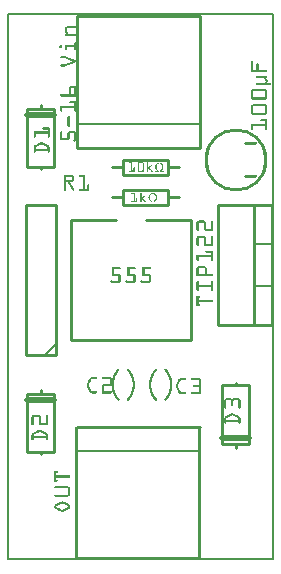
<source format=gto>
G04 MADE WITH FRITZING*
G04 WWW.FRITZING.ORG*
G04 SINGLE SIDED*
G04 HOLES NOT PLATED*
G04 CONTOUR ON CENTER OF CONTOUR VECTOR*
%ASAXBY*%
%FSLAX23Y23*%
%MOIN*%
%OFA0B0*%
%SFA1.0B1.0*%
%ADD10C,0.210000X0.19*%
%ADD11R,0.892130X1.823150X0.876130X1.807150*%
%ADD12C,0.008000*%
%ADD13C,0.010000*%
%ADD14C,0.020000*%
%ADD15C,0.005000*%
%ADD16R,0.001000X0.001000*%
%LNSILK1*%
G90*
G70*
G54D10*
X764Y1334D03*
G54D12*
X4Y1819D02*
X888Y1819D01*
X888Y4D01*
X4Y4D01*
X4Y1819D01*
D02*
G54D13*
X576Y1310D02*
X539Y1310D01*
D02*
X389Y1310D02*
X351Y1310D01*
D02*
X539Y1285D02*
X389Y1285D01*
D02*
X389Y1285D02*
X389Y1335D01*
D02*
X389Y1335D02*
X539Y1335D01*
D02*
X539Y1335D02*
X539Y1285D01*
D02*
X114Y1518D02*
X114Y1505D01*
D02*
X114Y1310D02*
X114Y1303D01*
D02*
X159Y1505D02*
X159Y1310D01*
D02*
X159Y1310D02*
X69Y1310D01*
D02*
X69Y1310D02*
X69Y1505D01*
D02*
X69Y1505D02*
X159Y1505D01*
G54D14*
D02*
X69Y1485D02*
X159Y1485D01*
G54D13*
D02*
X114Y568D02*
X114Y555D01*
D02*
X114Y360D02*
X114Y353D01*
D02*
X159Y555D02*
X159Y360D01*
D02*
X159Y360D02*
X69Y360D01*
D02*
X69Y360D02*
X69Y555D01*
D02*
X69Y555D02*
X159Y555D01*
G54D14*
D02*
X69Y535D02*
X159Y535D01*
G54D13*
D02*
X764Y375D02*
X764Y388D01*
D02*
X764Y583D02*
X764Y590D01*
D02*
X719Y388D02*
X719Y583D01*
D02*
X719Y583D02*
X809Y583D01*
D02*
X809Y583D02*
X809Y388D01*
D02*
X809Y388D02*
X719Y388D01*
G54D14*
D02*
X809Y408D02*
X719Y408D01*
G54D13*
D02*
X884Y1184D02*
X884Y784D01*
D02*
X884Y784D02*
X704Y784D01*
D02*
X704Y784D02*
X704Y1184D01*
D02*
X704Y1184D02*
X884Y1184D01*
D02*
X884Y1184D02*
X884Y784D01*
D02*
X884Y784D02*
X824Y784D01*
D02*
X824Y784D02*
X824Y1184D01*
D02*
X824Y1184D02*
X884Y1184D01*
G54D15*
D02*
X884Y1054D02*
X824Y1054D01*
D02*
X884Y914D02*
X824Y914D01*
G54D13*
D02*
X214Y1134D02*
X214Y734D01*
D02*
X214Y734D02*
X614Y734D01*
D02*
X614Y734D02*
X614Y1134D01*
D02*
X214Y1134D02*
X364Y1134D01*
D02*
X464Y1134D02*
X614Y1134D01*
D02*
X351Y1209D02*
X388Y1209D01*
D02*
X538Y1209D02*
X576Y1209D01*
D02*
X388Y1234D02*
X538Y1234D01*
D02*
X538Y1234D02*
X538Y1184D01*
D02*
X538Y1184D02*
X388Y1184D01*
D02*
X388Y1184D02*
X388Y1234D01*
D02*
X644Y1814D02*
X234Y1814D01*
D02*
X234Y1814D02*
X234Y1374D01*
D02*
X234Y1374D02*
X644Y1374D01*
D02*
X644Y1374D02*
X644Y1814D01*
G54D15*
D02*
X234Y1454D02*
X644Y1454D01*
G54D13*
D02*
X644Y444D02*
X234Y444D01*
G54D15*
D02*
X644Y364D02*
X234Y364D01*
G54D13*
D02*
X164Y684D02*
X164Y1184D01*
D02*
X164Y1184D02*
X64Y1184D01*
D02*
X64Y1184D02*
X64Y684D01*
D02*
X64Y684D02*
X164Y684D01*
G54D15*
D02*
X164Y719D02*
X129Y684D01*
G54D16*
X210Y1780D02*
X231Y1780D01*
X200Y1779D02*
X232Y1779D01*
X198Y1778D02*
X232Y1778D01*
X197Y1777D02*
X232Y1777D01*
X196Y1776D02*
X232Y1776D01*
X195Y1775D02*
X231Y1775D01*
X195Y1774D02*
X230Y1774D01*
X194Y1773D02*
X209Y1773D01*
X194Y1772D02*
X201Y1772D01*
X194Y1771D02*
X200Y1771D01*
X194Y1770D02*
X200Y1770D01*
X194Y1769D02*
X200Y1769D01*
X194Y1768D02*
X200Y1768D01*
X194Y1767D02*
X200Y1767D01*
X194Y1766D02*
X200Y1766D01*
X194Y1765D02*
X200Y1765D01*
X194Y1764D02*
X200Y1764D01*
X194Y1763D02*
X201Y1763D01*
X194Y1762D02*
X201Y1762D01*
X195Y1761D02*
X202Y1761D01*
X195Y1760D02*
X203Y1760D01*
X196Y1759D02*
X203Y1759D01*
X197Y1758D02*
X204Y1758D01*
X197Y1757D02*
X205Y1757D01*
X198Y1756D02*
X205Y1756D01*
X198Y1755D02*
X206Y1755D01*
X199Y1754D02*
X206Y1754D01*
X197Y1753D02*
X229Y1753D01*
X195Y1752D02*
X231Y1752D01*
X194Y1751D02*
X232Y1751D01*
X194Y1750D02*
X232Y1750D01*
X194Y1749D02*
X232Y1749D01*
X194Y1748D02*
X232Y1748D01*
X195Y1747D02*
X231Y1747D01*
X227Y1726D02*
X231Y1726D01*
X227Y1725D02*
X232Y1725D01*
X226Y1724D02*
X232Y1724D01*
X226Y1723D02*
X232Y1723D01*
X226Y1722D02*
X232Y1722D01*
X226Y1721D02*
X232Y1721D01*
X226Y1720D02*
X232Y1720D01*
X226Y1719D02*
X232Y1719D01*
X226Y1718D02*
X232Y1718D01*
X226Y1717D02*
X232Y1717D01*
X178Y1716D02*
X183Y1716D01*
X195Y1716D02*
X232Y1716D01*
X177Y1715D02*
X184Y1715D01*
X194Y1715D02*
X232Y1715D01*
X176Y1714D02*
X185Y1714D01*
X194Y1714D02*
X232Y1714D01*
X176Y1713D02*
X185Y1713D01*
X194Y1713D02*
X232Y1713D01*
X176Y1712D02*
X185Y1712D01*
X194Y1712D02*
X232Y1712D01*
X176Y1711D02*
X185Y1711D01*
X194Y1711D02*
X232Y1711D01*
X176Y1710D02*
X185Y1710D01*
X194Y1710D02*
X232Y1710D01*
X176Y1709D02*
X185Y1709D01*
X194Y1709D02*
X200Y1709D01*
X226Y1709D02*
X232Y1709D01*
X177Y1708D02*
X184Y1708D01*
X194Y1708D02*
X200Y1708D01*
X226Y1708D02*
X232Y1708D01*
X177Y1707D02*
X184Y1707D01*
X194Y1707D02*
X200Y1707D01*
X226Y1707D02*
X232Y1707D01*
X194Y1706D02*
X200Y1706D01*
X226Y1706D02*
X232Y1706D01*
X194Y1705D02*
X200Y1705D01*
X226Y1705D02*
X232Y1705D01*
X194Y1704D02*
X200Y1704D01*
X226Y1704D02*
X232Y1704D01*
X194Y1703D02*
X200Y1703D01*
X226Y1703D02*
X232Y1703D01*
X194Y1702D02*
X200Y1702D01*
X226Y1702D02*
X232Y1702D01*
X194Y1701D02*
X199Y1701D01*
X227Y1701D02*
X232Y1701D01*
X195Y1700D02*
X198Y1700D01*
X228Y1700D02*
X231Y1700D01*
X181Y1680D02*
X195Y1680D01*
X180Y1679D02*
X197Y1679D01*
X179Y1678D02*
X200Y1678D01*
X179Y1677D02*
X202Y1677D01*
X179Y1676D02*
X205Y1676D01*
X180Y1675D02*
X208Y1675D01*
X180Y1674D02*
X210Y1674D01*
X194Y1673D02*
X213Y1673D01*
X197Y1672D02*
X215Y1672D01*
X200Y1671D02*
X218Y1671D01*
X202Y1670D02*
X220Y1670D01*
X205Y1669D02*
X223Y1669D01*
X207Y1668D02*
X226Y1668D01*
X210Y1667D02*
X228Y1667D01*
X212Y1666D02*
X230Y1666D01*
X215Y1665D02*
X232Y1665D01*
X217Y1664D02*
X232Y1664D01*
X219Y1663D02*
X232Y1663D01*
X817Y1663D02*
X819Y1663D01*
X217Y1662D02*
X232Y1662D01*
X816Y1662D02*
X820Y1662D01*
X215Y1661D02*
X232Y1661D01*
X815Y1661D02*
X821Y1661D01*
X212Y1660D02*
X230Y1660D01*
X815Y1660D02*
X821Y1660D01*
X210Y1659D02*
X228Y1659D01*
X815Y1659D02*
X821Y1659D01*
X207Y1658D02*
X226Y1658D01*
X815Y1658D02*
X821Y1658D01*
X205Y1657D02*
X223Y1657D01*
X815Y1657D02*
X821Y1657D01*
X202Y1656D02*
X220Y1656D01*
X815Y1656D02*
X821Y1656D01*
X835Y1656D02*
X837Y1656D01*
X199Y1655D02*
X218Y1655D01*
X815Y1655D02*
X821Y1655D01*
X833Y1655D02*
X838Y1655D01*
X197Y1654D02*
X215Y1654D01*
X815Y1654D02*
X821Y1654D01*
X833Y1654D02*
X839Y1654D01*
X194Y1653D02*
X213Y1653D01*
X815Y1653D02*
X821Y1653D01*
X833Y1653D02*
X839Y1653D01*
X180Y1652D02*
X210Y1652D01*
X815Y1652D02*
X821Y1652D01*
X833Y1652D02*
X839Y1652D01*
X180Y1651D02*
X208Y1651D01*
X815Y1651D02*
X821Y1651D01*
X833Y1651D02*
X839Y1651D01*
X179Y1650D02*
X205Y1650D01*
X815Y1650D02*
X821Y1650D01*
X833Y1650D02*
X839Y1650D01*
X179Y1649D02*
X202Y1649D01*
X815Y1649D02*
X821Y1649D01*
X833Y1649D02*
X839Y1649D01*
X179Y1648D02*
X200Y1648D01*
X815Y1648D02*
X821Y1648D01*
X833Y1648D02*
X839Y1648D01*
X180Y1647D02*
X197Y1647D01*
X815Y1647D02*
X821Y1647D01*
X833Y1647D02*
X839Y1647D01*
X181Y1646D02*
X195Y1646D01*
X815Y1646D02*
X821Y1646D01*
X833Y1646D02*
X839Y1646D01*
X815Y1645D02*
X821Y1645D01*
X833Y1645D02*
X839Y1645D01*
X815Y1644D02*
X821Y1644D01*
X833Y1644D02*
X839Y1644D01*
X815Y1643D02*
X821Y1643D01*
X833Y1643D02*
X839Y1643D01*
X815Y1642D02*
X821Y1642D01*
X833Y1642D02*
X839Y1642D01*
X815Y1641D02*
X821Y1641D01*
X833Y1641D02*
X839Y1641D01*
X815Y1640D02*
X821Y1640D01*
X833Y1640D02*
X839Y1640D01*
X815Y1639D02*
X821Y1639D01*
X833Y1639D02*
X839Y1639D01*
X815Y1638D02*
X821Y1638D01*
X833Y1638D02*
X839Y1638D01*
X815Y1637D02*
X821Y1637D01*
X833Y1637D02*
X839Y1637D01*
X815Y1636D02*
X821Y1636D01*
X832Y1636D02*
X839Y1636D01*
X815Y1635D02*
X867Y1635D01*
X815Y1634D02*
X868Y1634D01*
X815Y1633D02*
X868Y1633D01*
X815Y1632D02*
X868Y1632D01*
X815Y1631D02*
X868Y1631D01*
X815Y1630D02*
X867Y1630D01*
X815Y1629D02*
X866Y1629D01*
X833Y1614D02*
X868Y1614D01*
X832Y1613D02*
X868Y1613D01*
X832Y1612D02*
X868Y1612D01*
X832Y1611D02*
X868Y1611D01*
X832Y1610D02*
X868Y1610D01*
X832Y1609D02*
X868Y1609D01*
X832Y1608D02*
X868Y1608D01*
X857Y1607D02*
X862Y1607D01*
X858Y1606D02*
X863Y1606D01*
X860Y1605D02*
X865Y1605D01*
X860Y1604D02*
X866Y1604D01*
X861Y1603D02*
X867Y1603D01*
X862Y1602D02*
X867Y1602D01*
X863Y1601D02*
X868Y1601D01*
X863Y1600D02*
X868Y1600D01*
X863Y1599D02*
X869Y1599D01*
X864Y1598D02*
X869Y1598D01*
X864Y1597D02*
X869Y1597D01*
X864Y1596D02*
X869Y1596D01*
X863Y1595D02*
X869Y1595D01*
X863Y1594D02*
X869Y1594D01*
X863Y1593D02*
X868Y1593D01*
X861Y1592D02*
X868Y1592D01*
X859Y1591D02*
X868Y1591D01*
X832Y1590D02*
X882Y1590D01*
X832Y1589D02*
X882Y1589D01*
X832Y1588D02*
X882Y1588D01*
X832Y1587D02*
X882Y1587D01*
X832Y1586D02*
X882Y1586D01*
X832Y1585D02*
X882Y1585D01*
X210Y1579D02*
X231Y1579D01*
X209Y1578D02*
X232Y1578D01*
X209Y1577D02*
X232Y1577D01*
X208Y1576D02*
X232Y1576D01*
X208Y1575D02*
X232Y1575D01*
X208Y1574D02*
X232Y1574D01*
X208Y1573D02*
X232Y1573D01*
X208Y1572D02*
X214Y1572D01*
X226Y1572D02*
X232Y1572D01*
X208Y1571D02*
X214Y1571D01*
X226Y1571D02*
X232Y1571D01*
X208Y1570D02*
X214Y1570D01*
X226Y1570D02*
X232Y1570D01*
X208Y1569D02*
X214Y1569D01*
X226Y1569D02*
X232Y1569D01*
X819Y1569D02*
X864Y1569D01*
X208Y1568D02*
X214Y1568D01*
X226Y1568D02*
X232Y1568D01*
X818Y1568D02*
X866Y1568D01*
X208Y1567D02*
X214Y1567D01*
X226Y1567D02*
X232Y1567D01*
X817Y1567D02*
X867Y1567D01*
X208Y1566D02*
X214Y1566D01*
X226Y1566D02*
X232Y1566D01*
X816Y1566D02*
X867Y1566D01*
X208Y1565D02*
X214Y1565D01*
X226Y1565D02*
X232Y1565D01*
X815Y1565D02*
X868Y1565D01*
X208Y1564D02*
X214Y1564D01*
X226Y1564D02*
X232Y1564D01*
X815Y1564D02*
X868Y1564D01*
X208Y1563D02*
X214Y1563D01*
X226Y1563D02*
X232Y1563D01*
X815Y1563D02*
X868Y1563D01*
X208Y1562D02*
X214Y1562D01*
X226Y1562D02*
X232Y1562D01*
X815Y1562D02*
X821Y1562D01*
X862Y1562D02*
X868Y1562D01*
X208Y1561D02*
X214Y1561D01*
X226Y1561D02*
X232Y1561D01*
X815Y1561D02*
X821Y1561D01*
X862Y1561D02*
X868Y1561D01*
X208Y1560D02*
X214Y1560D01*
X226Y1560D02*
X232Y1560D01*
X815Y1560D02*
X821Y1560D01*
X862Y1560D02*
X868Y1560D01*
X208Y1559D02*
X214Y1559D01*
X226Y1559D02*
X232Y1559D01*
X815Y1559D02*
X821Y1559D01*
X862Y1559D02*
X868Y1559D01*
X208Y1558D02*
X214Y1558D01*
X226Y1558D02*
X232Y1558D01*
X815Y1558D02*
X821Y1558D01*
X862Y1558D02*
X868Y1558D01*
X208Y1557D02*
X214Y1557D01*
X226Y1557D02*
X232Y1557D01*
X815Y1557D02*
X821Y1557D01*
X862Y1557D02*
X868Y1557D01*
X208Y1556D02*
X214Y1556D01*
X226Y1556D02*
X232Y1556D01*
X815Y1556D02*
X821Y1556D01*
X862Y1556D02*
X868Y1556D01*
X180Y1555D02*
X184Y1555D01*
X208Y1555D02*
X214Y1555D01*
X226Y1555D02*
X232Y1555D01*
X815Y1555D02*
X821Y1555D01*
X862Y1555D02*
X868Y1555D01*
X180Y1554D02*
X184Y1554D01*
X208Y1554D02*
X214Y1554D01*
X226Y1554D02*
X232Y1554D01*
X815Y1554D02*
X821Y1554D01*
X862Y1554D02*
X868Y1554D01*
X179Y1553D02*
X185Y1553D01*
X208Y1553D02*
X214Y1553D01*
X226Y1553D02*
X232Y1553D01*
X815Y1553D02*
X821Y1553D01*
X862Y1553D02*
X868Y1553D01*
X179Y1552D02*
X232Y1552D01*
X815Y1552D02*
X821Y1552D01*
X862Y1552D02*
X868Y1552D01*
X179Y1551D02*
X232Y1551D01*
X815Y1551D02*
X821Y1551D01*
X862Y1551D02*
X868Y1551D01*
X179Y1550D02*
X232Y1550D01*
X815Y1550D02*
X821Y1550D01*
X862Y1550D02*
X868Y1550D01*
X179Y1549D02*
X232Y1549D01*
X815Y1549D02*
X821Y1549D01*
X862Y1549D02*
X868Y1549D01*
X179Y1548D02*
X232Y1548D01*
X815Y1548D02*
X821Y1548D01*
X862Y1548D02*
X868Y1548D01*
X180Y1547D02*
X232Y1547D01*
X815Y1547D02*
X821Y1547D01*
X862Y1547D02*
X868Y1547D01*
X181Y1546D02*
X231Y1546D01*
X815Y1546D02*
X821Y1546D01*
X862Y1546D02*
X868Y1546D01*
X815Y1545D02*
X821Y1545D01*
X862Y1545D02*
X868Y1545D01*
X815Y1544D02*
X821Y1544D01*
X862Y1544D02*
X868Y1544D01*
X815Y1543D02*
X821Y1543D01*
X862Y1543D02*
X868Y1543D01*
X815Y1542D02*
X868Y1542D01*
X815Y1541D02*
X868Y1541D01*
X815Y1540D02*
X868Y1540D01*
X816Y1539D02*
X867Y1539D01*
X816Y1538D02*
X867Y1538D01*
X817Y1537D02*
X866Y1537D01*
X819Y1536D02*
X864Y1536D01*
X210Y1529D02*
X231Y1529D01*
X209Y1528D02*
X232Y1528D01*
X209Y1527D02*
X232Y1527D01*
X208Y1526D02*
X232Y1526D01*
X209Y1525D02*
X232Y1525D01*
X209Y1524D02*
X232Y1524D01*
X211Y1523D02*
X232Y1523D01*
X226Y1522D02*
X232Y1522D01*
X226Y1521D02*
X232Y1521D01*
X226Y1520D02*
X232Y1520D01*
X226Y1519D02*
X232Y1519D01*
X820Y1519D02*
X864Y1519D01*
X226Y1518D02*
X232Y1518D01*
X818Y1518D02*
X865Y1518D01*
X226Y1517D02*
X232Y1517D01*
X817Y1517D02*
X866Y1517D01*
X226Y1516D02*
X232Y1516D01*
X816Y1516D02*
X867Y1516D01*
X179Y1515D02*
X232Y1515D01*
X816Y1515D02*
X868Y1515D01*
X179Y1514D02*
X232Y1514D01*
X815Y1514D02*
X868Y1514D01*
X179Y1513D02*
X232Y1513D01*
X815Y1513D02*
X868Y1513D01*
X179Y1512D02*
X232Y1512D01*
X815Y1512D02*
X821Y1512D01*
X862Y1512D02*
X868Y1512D01*
X179Y1511D02*
X232Y1511D01*
X815Y1511D02*
X821Y1511D01*
X862Y1511D02*
X868Y1511D01*
X179Y1510D02*
X232Y1510D01*
X815Y1510D02*
X821Y1510D01*
X862Y1510D02*
X868Y1510D01*
X179Y1509D02*
X232Y1509D01*
X815Y1509D02*
X821Y1509D01*
X862Y1509D02*
X868Y1509D01*
X179Y1508D02*
X185Y1508D01*
X226Y1508D02*
X232Y1508D01*
X815Y1508D02*
X821Y1508D01*
X862Y1508D02*
X868Y1508D01*
X179Y1507D02*
X185Y1507D01*
X226Y1507D02*
X232Y1507D01*
X815Y1507D02*
X821Y1507D01*
X862Y1507D02*
X868Y1507D01*
X179Y1506D02*
X185Y1506D01*
X226Y1506D02*
X232Y1506D01*
X815Y1506D02*
X821Y1506D01*
X862Y1506D02*
X868Y1506D01*
X179Y1505D02*
X185Y1505D01*
X226Y1505D02*
X232Y1505D01*
X815Y1505D02*
X821Y1505D01*
X862Y1505D02*
X868Y1505D01*
X179Y1504D02*
X185Y1504D01*
X226Y1504D02*
X232Y1504D01*
X815Y1504D02*
X821Y1504D01*
X862Y1504D02*
X868Y1504D01*
X179Y1503D02*
X185Y1503D01*
X226Y1503D02*
X232Y1503D01*
X815Y1503D02*
X821Y1503D01*
X862Y1503D02*
X868Y1503D01*
X179Y1502D02*
X185Y1502D01*
X226Y1502D02*
X232Y1502D01*
X815Y1502D02*
X821Y1502D01*
X862Y1502D02*
X868Y1502D01*
X179Y1501D02*
X185Y1501D01*
X226Y1501D02*
X232Y1501D01*
X815Y1501D02*
X821Y1501D01*
X862Y1501D02*
X868Y1501D01*
X179Y1500D02*
X185Y1500D01*
X226Y1500D02*
X232Y1500D01*
X815Y1500D02*
X821Y1500D01*
X862Y1500D02*
X868Y1500D01*
X179Y1499D02*
X185Y1499D01*
X226Y1499D02*
X232Y1499D01*
X815Y1499D02*
X821Y1499D01*
X862Y1499D02*
X868Y1499D01*
X179Y1498D02*
X185Y1498D01*
X226Y1498D02*
X232Y1498D01*
X815Y1498D02*
X821Y1498D01*
X862Y1498D02*
X868Y1498D01*
X179Y1497D02*
X185Y1497D01*
X227Y1497D02*
X232Y1497D01*
X815Y1497D02*
X821Y1497D01*
X862Y1497D02*
X868Y1497D01*
X180Y1496D02*
X184Y1496D01*
X227Y1496D02*
X231Y1496D01*
X815Y1496D02*
X821Y1496D01*
X862Y1496D02*
X868Y1496D01*
X815Y1495D02*
X821Y1495D01*
X862Y1495D02*
X868Y1495D01*
X815Y1494D02*
X821Y1494D01*
X862Y1494D02*
X868Y1494D01*
X815Y1493D02*
X821Y1493D01*
X862Y1493D02*
X868Y1493D01*
X815Y1492D02*
X821Y1492D01*
X862Y1492D02*
X868Y1492D01*
X815Y1491D02*
X868Y1491D01*
X815Y1490D02*
X868Y1490D01*
X816Y1489D02*
X868Y1489D01*
X816Y1488D02*
X867Y1488D01*
X817Y1487D02*
X866Y1487D01*
X818Y1486D02*
X865Y1486D01*
X821Y1485D02*
X862Y1485D01*
X204Y1479D02*
X210Y1479D01*
X203Y1478D02*
X211Y1478D01*
X203Y1477D02*
X211Y1477D01*
X203Y1476D02*
X212Y1476D01*
X203Y1475D02*
X212Y1475D01*
X203Y1474D02*
X212Y1474D01*
X203Y1473D02*
X212Y1473D01*
X203Y1472D02*
X212Y1472D01*
X203Y1471D02*
X212Y1471D01*
X203Y1470D02*
X212Y1470D01*
X203Y1469D02*
X212Y1469D01*
X847Y1469D02*
X866Y1469D01*
X203Y1468D02*
X212Y1468D01*
X845Y1468D02*
X867Y1468D01*
X203Y1467D02*
X212Y1467D01*
X845Y1467D02*
X868Y1467D01*
X203Y1466D02*
X212Y1466D01*
X845Y1466D02*
X868Y1466D01*
X203Y1465D02*
X212Y1465D01*
X845Y1465D02*
X868Y1465D01*
X203Y1464D02*
X212Y1464D01*
X845Y1464D02*
X868Y1464D01*
X203Y1463D02*
X212Y1463D01*
X846Y1463D02*
X868Y1463D01*
X203Y1462D02*
X212Y1462D01*
X862Y1462D02*
X868Y1462D01*
X203Y1461D02*
X212Y1461D01*
X862Y1461D02*
X868Y1461D01*
X203Y1460D02*
X212Y1460D01*
X862Y1460D02*
X868Y1460D01*
X203Y1459D02*
X212Y1459D01*
X862Y1459D02*
X868Y1459D01*
X203Y1458D02*
X212Y1458D01*
X862Y1458D02*
X868Y1458D01*
X203Y1457D02*
X212Y1457D01*
X862Y1457D02*
X868Y1457D01*
X203Y1456D02*
X212Y1456D01*
X862Y1456D02*
X868Y1456D01*
X203Y1455D02*
X212Y1455D01*
X815Y1455D02*
X868Y1455D01*
X203Y1454D02*
X212Y1454D01*
X815Y1454D02*
X868Y1454D01*
X203Y1453D02*
X212Y1453D01*
X815Y1453D02*
X868Y1453D01*
X203Y1452D02*
X212Y1452D01*
X815Y1452D02*
X868Y1452D01*
X203Y1451D02*
X212Y1451D01*
X815Y1451D02*
X868Y1451D01*
X203Y1450D02*
X212Y1450D01*
X815Y1450D02*
X868Y1450D01*
X203Y1449D02*
X212Y1449D01*
X815Y1449D02*
X868Y1449D01*
X203Y1448D02*
X211Y1448D01*
X815Y1448D02*
X821Y1448D01*
X862Y1448D02*
X868Y1448D01*
X203Y1447D02*
X211Y1447D01*
X815Y1447D02*
X821Y1447D01*
X862Y1447D02*
X868Y1447D01*
X204Y1446D02*
X210Y1446D01*
X815Y1446D02*
X821Y1446D01*
X862Y1446D02*
X868Y1446D01*
X206Y1445D02*
X208Y1445D01*
X815Y1445D02*
X821Y1445D01*
X862Y1445D02*
X868Y1445D01*
X815Y1444D02*
X821Y1444D01*
X862Y1444D02*
X868Y1444D01*
X815Y1443D02*
X821Y1443D01*
X862Y1443D02*
X868Y1443D01*
X120Y1442D02*
X141Y1442D01*
X815Y1442D02*
X821Y1442D01*
X862Y1442D02*
X868Y1442D01*
X120Y1441D02*
X142Y1441D01*
X815Y1441D02*
X821Y1441D01*
X862Y1441D02*
X868Y1441D01*
X119Y1440D02*
X143Y1440D01*
X815Y1440D02*
X821Y1440D01*
X862Y1440D02*
X868Y1440D01*
X119Y1439D02*
X143Y1439D01*
X815Y1439D02*
X821Y1439D01*
X862Y1439D02*
X868Y1439D01*
X119Y1438D02*
X143Y1438D01*
X815Y1438D02*
X821Y1438D01*
X862Y1438D02*
X868Y1438D01*
X120Y1437D02*
X143Y1437D01*
X815Y1437D02*
X821Y1437D01*
X862Y1437D02*
X868Y1437D01*
X122Y1436D02*
X143Y1436D01*
X816Y1436D02*
X820Y1436D01*
X863Y1436D02*
X867Y1436D01*
X137Y1435D02*
X143Y1435D01*
X817Y1435D02*
X819Y1435D01*
X864Y1435D02*
X866Y1435D01*
X137Y1434D02*
X143Y1434D01*
X137Y1433D02*
X143Y1433D01*
X137Y1432D02*
X143Y1432D01*
X137Y1431D02*
X143Y1431D01*
X137Y1430D02*
X143Y1430D01*
X90Y1429D02*
X143Y1429D01*
X181Y1429D02*
X183Y1429D01*
X208Y1429D02*
X227Y1429D01*
X90Y1428D02*
X143Y1428D01*
X180Y1428D02*
X184Y1428D01*
X206Y1428D02*
X229Y1428D01*
X90Y1427D02*
X143Y1427D01*
X179Y1427D02*
X185Y1427D01*
X205Y1427D02*
X230Y1427D01*
X90Y1426D02*
X143Y1426D01*
X179Y1426D02*
X185Y1426D01*
X204Y1426D02*
X231Y1426D01*
X90Y1425D02*
X143Y1425D01*
X179Y1425D02*
X185Y1425D01*
X203Y1425D02*
X232Y1425D01*
X90Y1424D02*
X143Y1424D01*
X179Y1424D02*
X185Y1424D01*
X203Y1424D02*
X232Y1424D01*
X90Y1423D02*
X143Y1423D01*
X179Y1423D02*
X185Y1423D01*
X203Y1423D02*
X232Y1423D01*
X90Y1422D02*
X143Y1422D01*
X179Y1422D02*
X185Y1422D01*
X203Y1422D02*
X209Y1422D01*
X226Y1422D02*
X232Y1422D01*
X90Y1421D02*
X96Y1421D01*
X137Y1421D02*
X143Y1421D01*
X179Y1421D02*
X185Y1421D01*
X203Y1421D02*
X209Y1421D01*
X226Y1421D02*
X232Y1421D01*
X90Y1420D02*
X96Y1420D01*
X137Y1420D02*
X143Y1420D01*
X179Y1420D02*
X185Y1420D01*
X203Y1420D02*
X209Y1420D01*
X226Y1420D02*
X232Y1420D01*
X90Y1419D02*
X96Y1419D01*
X137Y1419D02*
X143Y1419D01*
X179Y1419D02*
X185Y1419D01*
X203Y1419D02*
X209Y1419D01*
X226Y1419D02*
X232Y1419D01*
X90Y1418D02*
X96Y1418D01*
X137Y1418D02*
X143Y1418D01*
X179Y1418D02*
X185Y1418D01*
X203Y1418D02*
X209Y1418D01*
X226Y1418D02*
X232Y1418D01*
X90Y1417D02*
X96Y1417D01*
X137Y1417D02*
X143Y1417D01*
X179Y1417D02*
X185Y1417D01*
X203Y1417D02*
X209Y1417D01*
X226Y1417D02*
X232Y1417D01*
X90Y1416D02*
X96Y1416D01*
X137Y1416D02*
X143Y1416D01*
X179Y1416D02*
X185Y1416D01*
X203Y1416D02*
X209Y1416D01*
X226Y1416D02*
X232Y1416D01*
X90Y1415D02*
X96Y1415D01*
X137Y1415D02*
X143Y1415D01*
X179Y1415D02*
X185Y1415D01*
X203Y1415D02*
X209Y1415D01*
X226Y1415D02*
X232Y1415D01*
X90Y1414D02*
X96Y1414D01*
X137Y1414D02*
X143Y1414D01*
X179Y1414D02*
X185Y1414D01*
X203Y1414D02*
X209Y1414D01*
X226Y1414D02*
X232Y1414D01*
X90Y1413D02*
X96Y1413D01*
X137Y1413D02*
X143Y1413D01*
X179Y1413D02*
X185Y1413D01*
X203Y1413D02*
X209Y1413D01*
X226Y1413D02*
X232Y1413D01*
X90Y1412D02*
X96Y1412D01*
X137Y1412D02*
X143Y1412D01*
X179Y1412D02*
X185Y1412D01*
X203Y1412D02*
X209Y1412D01*
X226Y1412D02*
X232Y1412D01*
X90Y1411D02*
X95Y1411D01*
X137Y1411D02*
X143Y1411D01*
X179Y1411D02*
X185Y1411D01*
X203Y1411D02*
X209Y1411D01*
X226Y1411D02*
X232Y1411D01*
X90Y1410D02*
X95Y1410D01*
X137Y1410D02*
X142Y1410D01*
X179Y1410D02*
X185Y1410D01*
X203Y1410D02*
X209Y1410D01*
X226Y1410D02*
X232Y1410D01*
X91Y1409D02*
X94Y1409D01*
X138Y1409D02*
X141Y1409D01*
X179Y1409D02*
X185Y1409D01*
X202Y1409D02*
X209Y1409D01*
X226Y1409D02*
X232Y1409D01*
X179Y1408D02*
X209Y1408D01*
X226Y1408D02*
X232Y1408D01*
X179Y1407D02*
X209Y1407D01*
X226Y1407D02*
X232Y1407D01*
X179Y1406D02*
X209Y1406D01*
X226Y1406D02*
X232Y1406D01*
X179Y1405D02*
X209Y1405D01*
X226Y1405D02*
X232Y1405D01*
X179Y1404D02*
X209Y1404D01*
X225Y1404D02*
X232Y1404D01*
X179Y1403D02*
X209Y1403D01*
X225Y1403D02*
X232Y1403D01*
X179Y1402D02*
X208Y1402D01*
X225Y1402D02*
X231Y1402D01*
X224Y1401D02*
X231Y1401D01*
X224Y1400D02*
X230Y1400D01*
X223Y1399D02*
X230Y1399D01*
X223Y1398D02*
X230Y1398D01*
X223Y1397D02*
X229Y1397D01*
X224Y1396D02*
X228Y1396D01*
X225Y1395D02*
X227Y1395D01*
X798Y1395D02*
X829Y1395D01*
X796Y1394D02*
X831Y1394D01*
X795Y1393D02*
X832Y1393D01*
X113Y1392D02*
X120Y1392D01*
X794Y1392D02*
X833Y1392D01*
X110Y1391D02*
X123Y1391D01*
X794Y1391D02*
X833Y1391D01*
X108Y1390D02*
X125Y1390D01*
X793Y1390D02*
X833Y1390D01*
X106Y1389D02*
X127Y1389D01*
X793Y1389D02*
X833Y1389D01*
X104Y1388D02*
X129Y1388D01*
X794Y1388D02*
X833Y1388D01*
X102Y1387D02*
X131Y1387D01*
X794Y1387D02*
X832Y1387D01*
X100Y1386D02*
X133Y1386D01*
X795Y1386D02*
X832Y1386D01*
X98Y1385D02*
X113Y1385D01*
X120Y1385D02*
X135Y1385D01*
X796Y1385D02*
X831Y1385D01*
X96Y1384D02*
X110Y1384D01*
X122Y1384D02*
X137Y1384D01*
X94Y1383D02*
X108Y1383D01*
X124Y1383D02*
X138Y1383D01*
X93Y1382D02*
X106Y1382D01*
X126Y1382D02*
X140Y1382D01*
X92Y1381D02*
X104Y1381D01*
X128Y1381D02*
X140Y1381D01*
X91Y1380D02*
X102Y1380D01*
X130Y1380D02*
X141Y1380D01*
X91Y1379D02*
X100Y1379D01*
X132Y1379D02*
X142Y1379D01*
X90Y1378D02*
X99Y1378D01*
X134Y1378D02*
X142Y1378D01*
X90Y1377D02*
X97Y1377D01*
X136Y1377D02*
X142Y1377D01*
X90Y1376D02*
X96Y1376D01*
X136Y1376D02*
X143Y1376D01*
X90Y1375D02*
X96Y1375D01*
X137Y1375D02*
X143Y1375D01*
X90Y1374D02*
X96Y1374D01*
X137Y1374D02*
X143Y1374D01*
X90Y1373D02*
X96Y1373D01*
X137Y1373D02*
X143Y1373D01*
X90Y1372D02*
X96Y1372D01*
X136Y1372D02*
X143Y1372D01*
X90Y1371D02*
X143Y1371D01*
X90Y1370D02*
X143Y1370D01*
X90Y1369D02*
X143Y1369D01*
X90Y1368D02*
X143Y1368D01*
X90Y1367D02*
X143Y1367D01*
X90Y1366D02*
X143Y1366D01*
X90Y1365D02*
X143Y1365D01*
X90Y1364D02*
X96Y1364D01*
X137Y1364D02*
X143Y1364D01*
X90Y1363D02*
X96Y1363D01*
X137Y1363D02*
X143Y1363D01*
X90Y1362D02*
X96Y1362D01*
X137Y1362D02*
X143Y1362D01*
X90Y1361D02*
X95Y1361D01*
X137Y1361D02*
X143Y1361D01*
X90Y1360D02*
X95Y1360D01*
X137Y1360D02*
X142Y1360D01*
X91Y1359D02*
X94Y1359D01*
X138Y1359D02*
X142Y1359D01*
X409Y1327D02*
X418Y1327D01*
X441Y1327D02*
X453Y1327D01*
X469Y1327D02*
X469Y1327D01*
X407Y1326D02*
X418Y1326D01*
X439Y1326D02*
X455Y1326D01*
X468Y1326D02*
X470Y1326D01*
X407Y1325D02*
X418Y1325D01*
X438Y1325D02*
X456Y1325D01*
X467Y1325D02*
X470Y1325D01*
X505Y1325D02*
X512Y1325D01*
X407Y1324D02*
X418Y1324D01*
X437Y1324D02*
X457Y1324D01*
X467Y1324D02*
X470Y1324D01*
X503Y1324D02*
X515Y1324D01*
X409Y1323D02*
X418Y1323D01*
X437Y1323D02*
X457Y1323D01*
X467Y1323D02*
X470Y1323D01*
X501Y1323D02*
X517Y1323D01*
X415Y1322D02*
X418Y1322D01*
X437Y1322D02*
X440Y1322D01*
X454Y1322D02*
X457Y1322D01*
X467Y1322D02*
X470Y1322D01*
X500Y1322D02*
X506Y1322D01*
X512Y1322D02*
X518Y1322D01*
X415Y1321D02*
X418Y1321D01*
X437Y1321D02*
X440Y1321D01*
X454Y1321D02*
X457Y1321D01*
X467Y1321D02*
X470Y1321D01*
X499Y1321D02*
X503Y1321D01*
X514Y1321D02*
X519Y1321D01*
X415Y1320D02*
X418Y1320D01*
X437Y1320D02*
X440Y1320D01*
X454Y1320D02*
X457Y1320D01*
X467Y1320D02*
X470Y1320D01*
X498Y1320D02*
X502Y1320D01*
X516Y1320D02*
X520Y1320D01*
X415Y1319D02*
X418Y1319D01*
X437Y1319D02*
X440Y1319D01*
X454Y1319D02*
X457Y1319D01*
X467Y1319D02*
X470Y1319D01*
X497Y1319D02*
X501Y1319D01*
X516Y1319D02*
X520Y1319D01*
X415Y1318D02*
X418Y1318D01*
X437Y1318D02*
X440Y1318D01*
X454Y1318D02*
X457Y1318D01*
X467Y1318D02*
X470Y1318D01*
X483Y1318D02*
X484Y1318D01*
X497Y1318D02*
X500Y1318D01*
X517Y1318D02*
X521Y1318D01*
X415Y1317D02*
X418Y1317D01*
X437Y1317D02*
X440Y1317D01*
X454Y1317D02*
X457Y1317D01*
X467Y1317D02*
X470Y1317D01*
X481Y1317D02*
X485Y1317D01*
X496Y1317D02*
X500Y1317D01*
X518Y1317D02*
X521Y1317D01*
X415Y1316D02*
X418Y1316D01*
X437Y1316D02*
X440Y1316D01*
X454Y1316D02*
X457Y1316D01*
X467Y1316D02*
X470Y1316D01*
X480Y1316D02*
X485Y1316D01*
X496Y1316D02*
X499Y1316D01*
X518Y1316D02*
X522Y1316D01*
X415Y1315D02*
X418Y1315D01*
X437Y1315D02*
X440Y1315D01*
X454Y1315D02*
X457Y1315D01*
X467Y1315D02*
X470Y1315D01*
X479Y1315D02*
X484Y1315D01*
X496Y1315D02*
X499Y1315D01*
X518Y1315D02*
X522Y1315D01*
X415Y1314D02*
X418Y1314D01*
X437Y1314D02*
X440Y1314D01*
X454Y1314D02*
X457Y1314D01*
X467Y1314D02*
X470Y1314D01*
X478Y1314D02*
X483Y1314D01*
X495Y1314D02*
X499Y1314D01*
X518Y1314D02*
X522Y1314D01*
X415Y1313D02*
X418Y1313D01*
X437Y1313D02*
X440Y1313D01*
X454Y1313D02*
X457Y1313D01*
X467Y1313D02*
X470Y1313D01*
X477Y1313D02*
X482Y1313D01*
X495Y1313D02*
X499Y1313D01*
X519Y1313D02*
X522Y1313D01*
X415Y1312D02*
X418Y1312D01*
X437Y1312D02*
X440Y1312D01*
X454Y1312D02*
X457Y1312D01*
X467Y1312D02*
X470Y1312D01*
X476Y1312D02*
X481Y1312D01*
X495Y1312D02*
X499Y1312D01*
X519Y1312D02*
X522Y1312D01*
X415Y1311D02*
X418Y1311D01*
X437Y1311D02*
X440Y1311D01*
X454Y1311D02*
X457Y1311D01*
X467Y1311D02*
X470Y1311D01*
X474Y1311D02*
X480Y1311D01*
X495Y1311D02*
X499Y1311D01*
X519Y1311D02*
X522Y1311D01*
X415Y1310D02*
X418Y1310D01*
X437Y1310D02*
X440Y1310D01*
X454Y1310D02*
X457Y1310D01*
X467Y1310D02*
X470Y1310D01*
X473Y1310D02*
X479Y1310D01*
X495Y1310D02*
X499Y1310D01*
X519Y1310D02*
X522Y1310D01*
X415Y1309D02*
X418Y1309D01*
X424Y1309D02*
X426Y1309D01*
X437Y1309D02*
X440Y1309D01*
X454Y1309D02*
X457Y1309D01*
X467Y1309D02*
X478Y1309D01*
X495Y1309D02*
X499Y1309D01*
X519Y1309D02*
X522Y1309D01*
X415Y1308D02*
X418Y1308D01*
X424Y1308D02*
X427Y1308D01*
X437Y1308D02*
X440Y1308D01*
X454Y1308D02*
X457Y1308D01*
X467Y1308D02*
X476Y1308D01*
X495Y1308D02*
X499Y1308D01*
X518Y1308D02*
X522Y1308D01*
X415Y1307D02*
X418Y1307D01*
X423Y1307D02*
X427Y1307D01*
X437Y1307D02*
X440Y1307D01*
X454Y1307D02*
X457Y1307D01*
X467Y1307D02*
X476Y1307D01*
X496Y1307D02*
X499Y1307D01*
X518Y1307D02*
X522Y1307D01*
X415Y1306D02*
X418Y1306D01*
X423Y1306D02*
X427Y1306D01*
X437Y1306D02*
X440Y1306D01*
X454Y1306D02*
X457Y1306D01*
X467Y1306D02*
X477Y1306D01*
X496Y1306D02*
X499Y1306D01*
X518Y1306D02*
X521Y1306D01*
X415Y1305D02*
X418Y1305D01*
X423Y1305D02*
X427Y1305D01*
X437Y1305D02*
X440Y1305D01*
X454Y1305D02*
X457Y1305D01*
X467Y1305D02*
X478Y1305D01*
X496Y1305D02*
X500Y1305D01*
X518Y1305D02*
X521Y1305D01*
X415Y1304D02*
X418Y1304D01*
X423Y1304D02*
X427Y1304D01*
X437Y1304D02*
X440Y1304D01*
X454Y1304D02*
X457Y1304D01*
X467Y1304D02*
X472Y1304D01*
X474Y1304D02*
X480Y1304D01*
X497Y1304D02*
X500Y1304D01*
X517Y1304D02*
X520Y1304D01*
X415Y1303D02*
X418Y1303D01*
X423Y1303D02*
X427Y1303D01*
X437Y1303D02*
X440Y1303D01*
X454Y1303D02*
X457Y1303D01*
X467Y1303D02*
X471Y1303D01*
X475Y1303D02*
X481Y1303D01*
X498Y1303D02*
X501Y1303D01*
X517Y1303D02*
X520Y1303D01*
X415Y1302D02*
X418Y1302D01*
X423Y1302D02*
X427Y1302D01*
X437Y1302D02*
X440Y1302D01*
X454Y1302D02*
X457Y1302D01*
X467Y1302D02*
X470Y1302D01*
X476Y1302D02*
X482Y1302D01*
X498Y1302D02*
X501Y1302D01*
X516Y1302D02*
X519Y1302D01*
X415Y1301D02*
X418Y1301D01*
X423Y1301D02*
X427Y1301D01*
X437Y1301D02*
X440Y1301D01*
X454Y1301D02*
X457Y1301D01*
X467Y1301D02*
X470Y1301D01*
X478Y1301D02*
X483Y1301D01*
X499Y1301D02*
X502Y1301D01*
X515Y1301D02*
X518Y1301D01*
X415Y1300D02*
X418Y1300D01*
X423Y1300D02*
X427Y1300D01*
X437Y1300D02*
X440Y1300D01*
X454Y1300D02*
X457Y1300D01*
X467Y1300D02*
X470Y1300D01*
X479Y1300D02*
X484Y1300D01*
X500Y1300D02*
X503Y1300D01*
X514Y1300D02*
X517Y1300D01*
X415Y1299D02*
X419Y1299D01*
X423Y1299D02*
X427Y1299D01*
X437Y1299D02*
X441Y1299D01*
X453Y1299D02*
X457Y1299D01*
X467Y1299D02*
X470Y1299D01*
X480Y1299D02*
X485Y1299D01*
X501Y1299D02*
X504Y1299D01*
X513Y1299D02*
X516Y1299D01*
X407Y1298D02*
X427Y1298D01*
X437Y1298D02*
X457Y1298D01*
X467Y1298D02*
X470Y1298D01*
X481Y1298D02*
X486Y1298D01*
X502Y1298D02*
X505Y1298D01*
X512Y1298D02*
X516Y1298D01*
X407Y1297D02*
X427Y1297D01*
X438Y1297D02*
X456Y1297D01*
X467Y1297D02*
X470Y1297D01*
X482Y1297D02*
X487Y1297D01*
X494Y1297D02*
X506Y1297D01*
X512Y1297D02*
X523Y1297D01*
X407Y1296D02*
X427Y1296D01*
X438Y1296D02*
X456Y1296D01*
X467Y1296D02*
X470Y1296D01*
X483Y1296D02*
X487Y1296D01*
X494Y1296D02*
X506Y1296D01*
X512Y1296D02*
X523Y1296D01*
X408Y1295D02*
X426Y1295D01*
X440Y1295D02*
X454Y1295D01*
X468Y1295D02*
X469Y1295D01*
X485Y1295D02*
X486Y1295D01*
X494Y1295D02*
X505Y1295D01*
X512Y1295D02*
X523Y1295D01*
X798Y1285D02*
X829Y1285D01*
X192Y1284D02*
X218Y1284D01*
X244Y1284D02*
X262Y1284D01*
X796Y1284D02*
X831Y1284D01*
X192Y1283D02*
X220Y1283D01*
X243Y1283D02*
X262Y1283D01*
X795Y1283D02*
X832Y1283D01*
X192Y1282D02*
X221Y1282D01*
X242Y1282D02*
X262Y1282D01*
X794Y1282D02*
X833Y1282D01*
X192Y1281D02*
X222Y1281D01*
X242Y1281D02*
X262Y1281D01*
X794Y1281D02*
X833Y1281D01*
X192Y1280D02*
X223Y1280D01*
X242Y1280D02*
X262Y1280D01*
X793Y1280D02*
X833Y1280D01*
X192Y1279D02*
X224Y1279D01*
X243Y1279D02*
X262Y1279D01*
X793Y1279D02*
X833Y1279D01*
X192Y1278D02*
X224Y1278D01*
X244Y1278D02*
X262Y1278D01*
X794Y1278D02*
X833Y1278D01*
X192Y1277D02*
X198Y1277D01*
X217Y1277D02*
X225Y1277D01*
X256Y1277D02*
X262Y1277D01*
X794Y1277D02*
X832Y1277D01*
X192Y1276D02*
X198Y1276D01*
X219Y1276D02*
X225Y1276D01*
X256Y1276D02*
X262Y1276D01*
X795Y1276D02*
X832Y1276D01*
X192Y1275D02*
X198Y1275D01*
X219Y1275D02*
X225Y1275D01*
X256Y1275D02*
X262Y1275D01*
X796Y1275D02*
X831Y1275D01*
X192Y1274D02*
X198Y1274D01*
X219Y1274D02*
X225Y1274D01*
X256Y1274D02*
X262Y1274D01*
X192Y1273D02*
X198Y1273D01*
X219Y1273D02*
X225Y1273D01*
X256Y1273D02*
X262Y1273D01*
X192Y1272D02*
X198Y1272D01*
X219Y1272D02*
X225Y1272D01*
X256Y1272D02*
X262Y1272D01*
X192Y1271D02*
X198Y1271D01*
X219Y1271D02*
X225Y1271D01*
X256Y1271D02*
X262Y1271D01*
X192Y1270D02*
X198Y1270D01*
X219Y1270D02*
X225Y1270D01*
X256Y1270D02*
X262Y1270D01*
X192Y1269D02*
X198Y1269D01*
X219Y1269D02*
X225Y1269D01*
X256Y1269D02*
X262Y1269D01*
X192Y1268D02*
X198Y1268D01*
X218Y1268D02*
X225Y1268D01*
X256Y1268D02*
X262Y1268D01*
X192Y1267D02*
X198Y1267D01*
X217Y1267D02*
X225Y1267D01*
X256Y1267D02*
X262Y1267D01*
X192Y1266D02*
X224Y1266D01*
X256Y1266D02*
X262Y1266D01*
X192Y1265D02*
X224Y1265D01*
X256Y1265D02*
X262Y1265D01*
X192Y1264D02*
X223Y1264D01*
X256Y1264D02*
X262Y1264D01*
X192Y1263D02*
X222Y1263D01*
X256Y1263D02*
X262Y1263D01*
X192Y1262D02*
X221Y1262D01*
X256Y1262D02*
X262Y1262D01*
X192Y1261D02*
X219Y1261D01*
X256Y1261D02*
X262Y1261D01*
X192Y1260D02*
X217Y1260D01*
X256Y1260D02*
X262Y1260D01*
X192Y1259D02*
X198Y1259D01*
X204Y1259D02*
X211Y1259D01*
X256Y1259D02*
X262Y1259D01*
X192Y1258D02*
X198Y1258D01*
X205Y1258D02*
X212Y1258D01*
X256Y1258D02*
X262Y1258D01*
X192Y1257D02*
X198Y1257D01*
X205Y1257D02*
X212Y1257D01*
X256Y1257D02*
X262Y1257D01*
X192Y1256D02*
X198Y1256D01*
X206Y1256D02*
X213Y1256D01*
X256Y1256D02*
X262Y1256D01*
X192Y1255D02*
X198Y1255D01*
X206Y1255D02*
X214Y1255D01*
X256Y1255D02*
X262Y1255D01*
X192Y1254D02*
X198Y1254D01*
X207Y1254D02*
X214Y1254D01*
X256Y1254D02*
X262Y1254D01*
X271Y1254D02*
X274Y1254D01*
X192Y1253D02*
X198Y1253D01*
X207Y1253D02*
X215Y1253D01*
X256Y1253D02*
X262Y1253D01*
X270Y1253D02*
X275Y1253D01*
X192Y1252D02*
X198Y1252D01*
X208Y1252D02*
X215Y1252D01*
X256Y1252D02*
X262Y1252D01*
X270Y1252D02*
X275Y1252D01*
X192Y1251D02*
X198Y1251D01*
X209Y1251D02*
X216Y1251D01*
X256Y1251D02*
X262Y1251D01*
X269Y1251D02*
X275Y1251D01*
X192Y1250D02*
X198Y1250D01*
X209Y1250D02*
X216Y1250D01*
X256Y1250D02*
X262Y1250D01*
X269Y1250D02*
X275Y1250D01*
X192Y1249D02*
X198Y1249D01*
X210Y1249D02*
X217Y1249D01*
X256Y1249D02*
X262Y1249D01*
X269Y1249D02*
X275Y1249D01*
X192Y1248D02*
X198Y1248D01*
X210Y1248D02*
X218Y1248D01*
X256Y1248D02*
X262Y1248D01*
X269Y1248D02*
X275Y1248D01*
X192Y1247D02*
X198Y1247D01*
X211Y1247D02*
X218Y1247D01*
X256Y1247D02*
X262Y1247D01*
X269Y1247D02*
X275Y1247D01*
X192Y1246D02*
X198Y1246D01*
X212Y1246D02*
X219Y1246D01*
X256Y1246D02*
X262Y1246D01*
X269Y1246D02*
X275Y1246D01*
X192Y1245D02*
X198Y1245D01*
X212Y1245D02*
X219Y1245D01*
X256Y1245D02*
X262Y1245D01*
X269Y1245D02*
X275Y1245D01*
X192Y1244D02*
X198Y1244D01*
X213Y1244D02*
X220Y1244D01*
X256Y1244D02*
X262Y1244D01*
X269Y1244D02*
X275Y1244D01*
X192Y1243D02*
X198Y1243D01*
X213Y1243D02*
X220Y1243D01*
X256Y1243D02*
X262Y1243D01*
X269Y1243D02*
X275Y1243D01*
X192Y1242D02*
X198Y1242D01*
X214Y1242D02*
X221Y1242D01*
X256Y1242D02*
X262Y1242D01*
X269Y1242D02*
X275Y1242D01*
X192Y1241D02*
X198Y1241D01*
X214Y1241D02*
X222Y1241D01*
X256Y1241D02*
X262Y1241D01*
X269Y1241D02*
X275Y1241D01*
X192Y1240D02*
X198Y1240D01*
X215Y1240D02*
X222Y1240D01*
X256Y1240D02*
X262Y1240D01*
X269Y1240D02*
X275Y1240D01*
X192Y1239D02*
X198Y1239D01*
X216Y1239D02*
X223Y1239D01*
X256Y1239D02*
X262Y1239D01*
X269Y1239D02*
X275Y1239D01*
X192Y1238D02*
X198Y1238D01*
X216Y1238D02*
X223Y1238D01*
X256Y1238D02*
X262Y1238D01*
X269Y1238D02*
X275Y1238D01*
X192Y1237D02*
X198Y1237D01*
X217Y1237D02*
X224Y1237D01*
X244Y1237D02*
X275Y1237D01*
X192Y1236D02*
X198Y1236D01*
X217Y1236D02*
X225Y1236D01*
X243Y1236D02*
X275Y1236D01*
X192Y1235D02*
X198Y1235D01*
X218Y1235D02*
X225Y1235D01*
X242Y1235D02*
X275Y1235D01*
X192Y1234D02*
X198Y1234D01*
X219Y1234D02*
X225Y1234D01*
X242Y1234D02*
X275Y1234D01*
X192Y1233D02*
X198Y1233D01*
X219Y1233D02*
X225Y1233D01*
X242Y1233D02*
X275Y1233D01*
X192Y1232D02*
X197Y1232D01*
X220Y1232D02*
X225Y1232D01*
X243Y1232D02*
X275Y1232D01*
X193Y1231D02*
X196Y1231D01*
X221Y1231D02*
X224Y1231D01*
X243Y1231D02*
X274Y1231D01*
X416Y1225D02*
X427Y1225D01*
X447Y1225D02*
X447Y1225D01*
X416Y1224D02*
X427Y1224D01*
X446Y1224D02*
X448Y1224D01*
X415Y1223D02*
X427Y1223D01*
X445Y1223D02*
X449Y1223D01*
X483Y1223D02*
X491Y1223D01*
X416Y1222D02*
X427Y1222D01*
X445Y1222D02*
X449Y1222D01*
X480Y1222D02*
X493Y1222D01*
X423Y1221D02*
X427Y1221D01*
X445Y1221D02*
X449Y1221D01*
X479Y1221D02*
X495Y1221D01*
X424Y1220D02*
X427Y1220D01*
X445Y1220D02*
X449Y1220D01*
X478Y1220D02*
X483Y1220D01*
X491Y1220D02*
X496Y1220D01*
X424Y1219D02*
X427Y1219D01*
X445Y1219D02*
X449Y1219D01*
X477Y1219D02*
X481Y1219D01*
X493Y1219D02*
X497Y1219D01*
X424Y1218D02*
X427Y1218D01*
X445Y1218D02*
X449Y1218D01*
X476Y1218D02*
X480Y1218D01*
X494Y1218D02*
X498Y1218D01*
X424Y1217D02*
X427Y1217D01*
X445Y1217D02*
X449Y1217D01*
X475Y1217D02*
X479Y1217D01*
X495Y1217D02*
X499Y1217D01*
X424Y1216D02*
X427Y1216D01*
X445Y1216D02*
X449Y1216D01*
X461Y1216D02*
X462Y1216D01*
X475Y1216D02*
X478Y1216D01*
X495Y1216D02*
X499Y1216D01*
X424Y1215D02*
X427Y1215D01*
X445Y1215D02*
X449Y1215D01*
X460Y1215D02*
X463Y1215D01*
X474Y1215D02*
X478Y1215D01*
X496Y1215D02*
X500Y1215D01*
X424Y1214D02*
X427Y1214D01*
X445Y1214D02*
X449Y1214D01*
X458Y1214D02*
X463Y1214D01*
X474Y1214D02*
X478Y1214D01*
X496Y1214D02*
X500Y1214D01*
X424Y1213D02*
X427Y1213D01*
X445Y1213D02*
X449Y1213D01*
X457Y1213D02*
X463Y1213D01*
X474Y1213D02*
X477Y1213D01*
X497Y1213D02*
X500Y1213D01*
X424Y1212D02*
X427Y1212D01*
X445Y1212D02*
X449Y1212D01*
X456Y1212D02*
X461Y1212D01*
X474Y1212D02*
X477Y1212D01*
X497Y1212D02*
X500Y1212D01*
X424Y1211D02*
X427Y1211D01*
X445Y1211D02*
X449Y1211D01*
X455Y1211D02*
X460Y1211D01*
X473Y1211D02*
X477Y1211D01*
X497Y1211D02*
X500Y1211D01*
X424Y1210D02*
X427Y1210D01*
X445Y1210D02*
X449Y1210D01*
X454Y1210D02*
X459Y1210D01*
X473Y1210D02*
X477Y1210D01*
X497Y1210D02*
X500Y1210D01*
X424Y1209D02*
X427Y1209D01*
X445Y1209D02*
X449Y1209D01*
X452Y1209D02*
X458Y1209D01*
X473Y1209D02*
X477Y1209D01*
X497Y1209D02*
X500Y1209D01*
X424Y1208D02*
X427Y1208D01*
X445Y1208D02*
X449Y1208D01*
X451Y1208D02*
X457Y1208D01*
X473Y1208D02*
X477Y1208D01*
X497Y1208D02*
X500Y1208D01*
X424Y1207D02*
X427Y1207D01*
X433Y1207D02*
X434Y1207D01*
X445Y1207D02*
X456Y1207D01*
X474Y1207D02*
X477Y1207D01*
X497Y1207D02*
X500Y1207D01*
X424Y1206D02*
X427Y1206D01*
X432Y1206D02*
X435Y1206D01*
X445Y1206D02*
X454Y1206D01*
X474Y1206D02*
X477Y1206D01*
X497Y1206D02*
X500Y1206D01*
X424Y1205D02*
X427Y1205D01*
X432Y1205D02*
X435Y1205D01*
X445Y1205D02*
X454Y1205D01*
X474Y1205D02*
X477Y1205D01*
X496Y1205D02*
X500Y1205D01*
X424Y1204D02*
X427Y1204D01*
X432Y1204D02*
X435Y1204D01*
X445Y1204D02*
X456Y1204D01*
X474Y1204D02*
X478Y1204D01*
X496Y1204D02*
X499Y1204D01*
X424Y1203D02*
X427Y1203D01*
X432Y1203D02*
X435Y1203D01*
X445Y1203D02*
X457Y1203D01*
X475Y1203D02*
X478Y1203D01*
X496Y1203D02*
X499Y1203D01*
X424Y1202D02*
X427Y1202D01*
X432Y1202D02*
X435Y1202D01*
X445Y1202D02*
X450Y1202D01*
X452Y1202D02*
X458Y1202D01*
X475Y1202D02*
X478Y1202D01*
X495Y1202D02*
X499Y1202D01*
X424Y1201D02*
X427Y1201D01*
X432Y1201D02*
X435Y1201D01*
X445Y1201D02*
X449Y1201D01*
X454Y1201D02*
X459Y1201D01*
X476Y1201D02*
X479Y1201D01*
X495Y1201D02*
X498Y1201D01*
X424Y1200D02*
X427Y1200D01*
X432Y1200D02*
X435Y1200D01*
X445Y1200D02*
X449Y1200D01*
X455Y1200D02*
X460Y1200D01*
X477Y1200D02*
X480Y1200D01*
X494Y1200D02*
X497Y1200D01*
X424Y1199D02*
X427Y1199D01*
X432Y1199D02*
X435Y1199D01*
X445Y1199D02*
X449Y1199D01*
X456Y1199D02*
X461Y1199D01*
X477Y1199D02*
X480Y1199D01*
X493Y1199D02*
X496Y1199D01*
X424Y1198D02*
X427Y1198D01*
X432Y1198D02*
X435Y1198D01*
X445Y1198D02*
X449Y1198D01*
X457Y1198D02*
X463Y1198D01*
X478Y1198D02*
X481Y1198D01*
X492Y1198D02*
X495Y1198D01*
X423Y1197D02*
X427Y1197D01*
X431Y1197D02*
X435Y1197D01*
X445Y1197D02*
X449Y1197D01*
X458Y1197D02*
X464Y1197D01*
X479Y1197D02*
X482Y1197D01*
X491Y1197D02*
X494Y1197D01*
X416Y1196D02*
X435Y1196D01*
X445Y1196D02*
X449Y1196D01*
X459Y1196D02*
X465Y1196D01*
X480Y1196D02*
X484Y1196D01*
X490Y1196D02*
X494Y1196D01*
X415Y1195D02*
X435Y1195D01*
X445Y1195D02*
X449Y1195D01*
X461Y1195D02*
X465Y1195D01*
X472Y1195D02*
X484Y1195D01*
X490Y1195D02*
X501Y1195D01*
X416Y1194D02*
X435Y1194D01*
X446Y1194D02*
X448Y1194D01*
X462Y1194D02*
X465Y1194D01*
X472Y1194D02*
X484Y1194D01*
X490Y1194D02*
X501Y1194D01*
X417Y1193D02*
X434Y1193D01*
X447Y1193D02*
X447Y1193D01*
X463Y1193D02*
X464Y1193D01*
X473Y1193D02*
X484Y1193D01*
X490Y1193D02*
X501Y1193D01*
X640Y1132D02*
X656Y1132D01*
X637Y1131D02*
X659Y1131D01*
X682Y1131D02*
X685Y1131D01*
X636Y1130D02*
X661Y1130D01*
X681Y1130D02*
X686Y1130D01*
X635Y1129D02*
X662Y1129D01*
X681Y1129D02*
X686Y1129D01*
X634Y1128D02*
X662Y1128D01*
X681Y1128D02*
X687Y1128D01*
X634Y1127D02*
X663Y1127D01*
X681Y1127D02*
X687Y1127D01*
X633Y1126D02*
X663Y1126D01*
X681Y1126D02*
X687Y1126D01*
X633Y1125D02*
X663Y1125D01*
X681Y1125D02*
X687Y1125D01*
X633Y1124D02*
X639Y1124D01*
X657Y1124D02*
X663Y1124D01*
X681Y1124D02*
X687Y1124D01*
X633Y1123D02*
X639Y1123D01*
X657Y1123D02*
X663Y1123D01*
X681Y1123D02*
X687Y1123D01*
X633Y1122D02*
X639Y1122D01*
X657Y1122D02*
X663Y1122D01*
X681Y1122D02*
X687Y1122D01*
X633Y1121D02*
X639Y1121D01*
X657Y1121D02*
X663Y1121D01*
X681Y1121D02*
X687Y1121D01*
X633Y1120D02*
X639Y1120D01*
X657Y1120D02*
X663Y1120D01*
X681Y1120D02*
X687Y1120D01*
X633Y1119D02*
X639Y1119D01*
X657Y1119D02*
X663Y1119D01*
X681Y1119D02*
X687Y1119D01*
X633Y1118D02*
X639Y1118D01*
X657Y1118D02*
X663Y1118D01*
X681Y1118D02*
X687Y1118D01*
X633Y1117D02*
X639Y1117D01*
X657Y1117D02*
X663Y1117D01*
X681Y1117D02*
X687Y1117D01*
X633Y1116D02*
X639Y1116D01*
X657Y1116D02*
X663Y1116D01*
X681Y1116D02*
X687Y1116D01*
X633Y1115D02*
X639Y1115D01*
X657Y1115D02*
X663Y1115D01*
X681Y1115D02*
X687Y1115D01*
X633Y1114D02*
X639Y1114D01*
X657Y1114D02*
X663Y1114D01*
X681Y1114D02*
X687Y1114D01*
X633Y1113D02*
X639Y1113D01*
X657Y1113D02*
X663Y1113D01*
X681Y1113D02*
X687Y1113D01*
X633Y1112D02*
X639Y1112D01*
X657Y1112D02*
X663Y1112D01*
X681Y1112D02*
X687Y1112D01*
X633Y1111D02*
X639Y1111D01*
X657Y1111D02*
X663Y1111D01*
X681Y1111D02*
X687Y1111D01*
X633Y1110D02*
X639Y1110D01*
X657Y1110D02*
X663Y1110D01*
X681Y1110D02*
X687Y1110D01*
X633Y1109D02*
X639Y1109D01*
X657Y1109D02*
X663Y1109D01*
X681Y1109D02*
X687Y1109D01*
X633Y1108D02*
X639Y1108D01*
X657Y1108D02*
X663Y1108D01*
X681Y1108D02*
X687Y1108D01*
X633Y1107D02*
X639Y1107D01*
X657Y1107D02*
X663Y1107D01*
X681Y1107D02*
X687Y1107D01*
X633Y1106D02*
X639Y1106D01*
X657Y1106D02*
X663Y1106D01*
X681Y1106D02*
X687Y1106D01*
X633Y1105D02*
X639Y1105D01*
X657Y1105D02*
X663Y1105D01*
X681Y1105D02*
X687Y1105D01*
X633Y1104D02*
X639Y1104D01*
X657Y1104D02*
X687Y1104D01*
X633Y1103D02*
X639Y1103D01*
X657Y1103D02*
X687Y1103D01*
X633Y1102D02*
X639Y1102D01*
X657Y1102D02*
X687Y1102D01*
X633Y1101D02*
X639Y1101D01*
X658Y1101D02*
X687Y1101D01*
X634Y1100D02*
X639Y1100D01*
X659Y1100D02*
X687Y1100D01*
X634Y1099D02*
X639Y1099D01*
X660Y1099D02*
X687Y1099D01*
X635Y1098D02*
X638Y1098D01*
X661Y1098D02*
X687Y1098D01*
X637Y1081D02*
X659Y1081D01*
X682Y1081D02*
X685Y1081D01*
X636Y1080D02*
X661Y1080D01*
X681Y1080D02*
X686Y1080D01*
X635Y1079D02*
X661Y1079D01*
X681Y1079D02*
X686Y1079D01*
X634Y1078D02*
X662Y1078D01*
X681Y1078D02*
X687Y1078D01*
X634Y1077D02*
X663Y1077D01*
X681Y1077D02*
X687Y1077D01*
X634Y1076D02*
X663Y1076D01*
X681Y1076D02*
X687Y1076D01*
X633Y1075D02*
X663Y1075D01*
X681Y1075D02*
X687Y1075D01*
X633Y1074D02*
X639Y1074D01*
X657Y1074D02*
X663Y1074D01*
X681Y1074D02*
X687Y1074D01*
X633Y1073D02*
X639Y1073D01*
X657Y1073D02*
X663Y1073D01*
X681Y1073D02*
X687Y1073D01*
X633Y1072D02*
X639Y1072D01*
X657Y1072D02*
X663Y1072D01*
X681Y1072D02*
X687Y1072D01*
X633Y1071D02*
X639Y1071D01*
X657Y1071D02*
X663Y1071D01*
X681Y1071D02*
X687Y1071D01*
X633Y1070D02*
X639Y1070D01*
X657Y1070D02*
X663Y1070D01*
X681Y1070D02*
X687Y1070D01*
X633Y1069D02*
X639Y1069D01*
X657Y1069D02*
X663Y1069D01*
X681Y1069D02*
X687Y1069D01*
X633Y1068D02*
X639Y1068D01*
X657Y1068D02*
X663Y1068D01*
X681Y1068D02*
X687Y1068D01*
X633Y1067D02*
X639Y1067D01*
X657Y1067D02*
X663Y1067D01*
X681Y1067D02*
X687Y1067D01*
X633Y1066D02*
X639Y1066D01*
X657Y1066D02*
X663Y1066D01*
X681Y1066D02*
X687Y1066D01*
X633Y1065D02*
X639Y1065D01*
X657Y1065D02*
X663Y1065D01*
X681Y1065D02*
X687Y1065D01*
X633Y1064D02*
X639Y1064D01*
X657Y1064D02*
X663Y1064D01*
X681Y1064D02*
X687Y1064D01*
X633Y1063D02*
X639Y1063D01*
X657Y1063D02*
X663Y1063D01*
X681Y1063D02*
X687Y1063D01*
X633Y1062D02*
X639Y1062D01*
X657Y1062D02*
X663Y1062D01*
X681Y1062D02*
X687Y1062D01*
X633Y1061D02*
X639Y1061D01*
X657Y1061D02*
X663Y1061D01*
X681Y1061D02*
X687Y1061D01*
X633Y1060D02*
X639Y1060D01*
X657Y1060D02*
X663Y1060D01*
X681Y1060D02*
X687Y1060D01*
X633Y1059D02*
X639Y1059D01*
X657Y1059D02*
X663Y1059D01*
X681Y1059D02*
X687Y1059D01*
X633Y1058D02*
X639Y1058D01*
X657Y1058D02*
X663Y1058D01*
X681Y1058D02*
X687Y1058D01*
X633Y1057D02*
X639Y1057D01*
X657Y1057D02*
X663Y1057D01*
X681Y1057D02*
X687Y1057D01*
X633Y1056D02*
X639Y1056D01*
X657Y1056D02*
X663Y1056D01*
X681Y1056D02*
X687Y1056D01*
X633Y1055D02*
X639Y1055D01*
X657Y1055D02*
X663Y1055D01*
X681Y1055D02*
X687Y1055D01*
X633Y1054D02*
X639Y1054D01*
X657Y1054D02*
X687Y1054D01*
X633Y1053D02*
X639Y1053D01*
X657Y1053D02*
X687Y1053D01*
X633Y1052D02*
X639Y1052D01*
X657Y1052D02*
X687Y1052D01*
X633Y1051D02*
X639Y1051D01*
X658Y1051D02*
X687Y1051D01*
X634Y1050D02*
X639Y1050D01*
X658Y1050D02*
X687Y1050D01*
X634Y1049D02*
X639Y1049D01*
X659Y1049D02*
X687Y1049D01*
X635Y1048D02*
X638Y1048D01*
X661Y1048D02*
X687Y1048D01*
X664Y1031D02*
X685Y1031D01*
X663Y1030D02*
X686Y1030D01*
X663Y1029D02*
X686Y1029D01*
X663Y1028D02*
X687Y1028D01*
X663Y1027D02*
X687Y1027D01*
X664Y1026D02*
X687Y1026D01*
X665Y1025D02*
X687Y1025D01*
X681Y1024D02*
X687Y1024D01*
X681Y1023D02*
X687Y1023D01*
X681Y1022D02*
X687Y1022D01*
X681Y1021D02*
X687Y1021D01*
X681Y1020D02*
X687Y1020D01*
X681Y1019D02*
X687Y1019D01*
X680Y1018D02*
X687Y1018D01*
X633Y1017D02*
X687Y1017D01*
X633Y1016D02*
X687Y1016D01*
X633Y1015D02*
X687Y1015D01*
X633Y1014D02*
X687Y1014D01*
X633Y1013D02*
X687Y1013D01*
X633Y1012D02*
X687Y1012D01*
X633Y1011D02*
X687Y1011D01*
X633Y1010D02*
X639Y1010D01*
X681Y1010D02*
X687Y1010D01*
X633Y1009D02*
X639Y1009D01*
X681Y1009D02*
X687Y1009D01*
X633Y1008D02*
X639Y1008D01*
X681Y1008D02*
X687Y1008D01*
X633Y1007D02*
X639Y1007D01*
X681Y1007D02*
X687Y1007D01*
X633Y1006D02*
X639Y1006D01*
X681Y1006D02*
X687Y1006D01*
X633Y1005D02*
X639Y1005D01*
X681Y1005D02*
X687Y1005D01*
X633Y1004D02*
X639Y1004D01*
X681Y1004D02*
X687Y1004D01*
X633Y1003D02*
X639Y1003D01*
X681Y1003D02*
X687Y1003D01*
X633Y1002D02*
X639Y1002D01*
X681Y1002D02*
X687Y1002D01*
X633Y1001D02*
X639Y1001D01*
X681Y1001D02*
X687Y1001D01*
X633Y1000D02*
X639Y1000D01*
X681Y1000D02*
X686Y1000D01*
X634Y999D02*
X639Y999D01*
X681Y999D02*
X686Y999D01*
X635Y998D02*
X638Y998D01*
X682Y998D02*
X685Y998D01*
X641Y981D02*
X658Y981D01*
X639Y980D02*
X661Y980D01*
X637Y979D02*
X662Y979D01*
X636Y978D02*
X663Y978D01*
X353Y977D02*
X377Y977D01*
X403Y977D02*
X427Y977D01*
X453Y977D02*
X477Y977D01*
X635Y977D02*
X664Y977D01*
X352Y976D02*
X378Y976D01*
X403Y976D02*
X428Y976D01*
X453Y976D02*
X479Y976D01*
X635Y976D02*
X665Y976D01*
X352Y975D02*
X379Y975D01*
X403Y975D02*
X429Y975D01*
X453Y975D02*
X479Y975D01*
X634Y975D02*
X665Y975D01*
X352Y974D02*
X379Y974D01*
X403Y974D02*
X429Y974D01*
X453Y974D02*
X479Y974D01*
X634Y974D02*
X641Y974D01*
X658Y974D02*
X665Y974D01*
X352Y973D02*
X379Y973D01*
X403Y973D02*
X429Y973D01*
X453Y973D02*
X479Y973D01*
X634Y973D02*
X640Y973D01*
X659Y973D02*
X666Y973D01*
X352Y972D02*
X379Y972D01*
X403Y972D02*
X429Y972D01*
X453Y972D02*
X479Y972D01*
X633Y972D02*
X640Y972D01*
X660Y972D02*
X666Y972D01*
X352Y971D02*
X378Y971D01*
X403Y971D02*
X428Y971D01*
X453Y971D02*
X478Y971D01*
X633Y971D02*
X639Y971D01*
X660Y971D02*
X666Y971D01*
X352Y970D02*
X359Y970D01*
X403Y970D02*
X409Y970D01*
X453Y970D02*
X459Y970D01*
X633Y970D02*
X639Y970D01*
X660Y970D02*
X666Y970D01*
X352Y969D02*
X358Y969D01*
X403Y969D02*
X409Y969D01*
X453Y969D02*
X459Y969D01*
X633Y969D02*
X639Y969D01*
X660Y969D02*
X666Y969D01*
X352Y968D02*
X358Y968D01*
X403Y968D02*
X409Y968D01*
X453Y968D02*
X459Y968D01*
X633Y968D02*
X639Y968D01*
X660Y968D02*
X666Y968D01*
X352Y967D02*
X358Y967D01*
X403Y967D02*
X409Y967D01*
X453Y967D02*
X459Y967D01*
X633Y967D02*
X639Y967D01*
X660Y967D02*
X666Y967D01*
X352Y966D02*
X358Y966D01*
X403Y966D02*
X409Y966D01*
X453Y966D02*
X459Y966D01*
X633Y966D02*
X639Y966D01*
X660Y966D02*
X666Y966D01*
X352Y965D02*
X358Y965D01*
X403Y965D02*
X409Y965D01*
X453Y965D02*
X459Y965D01*
X633Y965D02*
X639Y965D01*
X660Y965D02*
X666Y965D01*
X352Y964D02*
X358Y964D01*
X403Y964D02*
X409Y964D01*
X453Y964D02*
X459Y964D01*
X633Y964D02*
X639Y964D01*
X660Y964D02*
X666Y964D01*
X352Y963D02*
X358Y963D01*
X403Y963D02*
X409Y963D01*
X453Y963D02*
X459Y963D01*
X633Y963D02*
X639Y963D01*
X660Y963D02*
X666Y963D01*
X352Y962D02*
X358Y962D01*
X403Y962D02*
X409Y962D01*
X453Y962D02*
X459Y962D01*
X633Y962D02*
X639Y962D01*
X660Y962D02*
X666Y962D01*
X352Y961D02*
X358Y961D01*
X403Y961D02*
X409Y961D01*
X453Y961D02*
X459Y961D01*
X633Y961D02*
X639Y961D01*
X660Y961D02*
X666Y961D01*
X352Y960D02*
X358Y960D01*
X403Y960D02*
X409Y960D01*
X453Y960D02*
X459Y960D01*
X633Y960D02*
X639Y960D01*
X660Y960D02*
X666Y960D01*
X352Y959D02*
X358Y959D01*
X403Y959D02*
X409Y959D01*
X453Y959D02*
X459Y959D01*
X633Y959D02*
X639Y959D01*
X660Y959D02*
X666Y959D01*
X352Y958D02*
X358Y958D01*
X403Y958D02*
X409Y958D01*
X453Y958D02*
X459Y958D01*
X633Y958D02*
X639Y958D01*
X660Y958D02*
X666Y958D01*
X352Y957D02*
X358Y957D01*
X403Y957D02*
X409Y957D01*
X453Y957D02*
X459Y957D01*
X633Y957D02*
X639Y957D01*
X660Y957D02*
X666Y957D01*
X352Y956D02*
X358Y956D01*
X403Y956D02*
X409Y956D01*
X453Y956D02*
X459Y956D01*
X633Y956D02*
X639Y956D01*
X660Y956D02*
X666Y956D01*
X352Y955D02*
X358Y955D01*
X403Y955D02*
X409Y955D01*
X453Y955D02*
X459Y955D01*
X633Y955D02*
X639Y955D01*
X660Y955D02*
X666Y955D01*
X352Y954D02*
X359Y954D01*
X403Y954D02*
X409Y954D01*
X453Y954D02*
X459Y954D01*
X633Y954D02*
X640Y954D01*
X660Y954D02*
X666Y954D01*
X352Y953D02*
X375Y953D01*
X403Y953D02*
X425Y953D01*
X453Y953D02*
X476Y953D01*
X633Y953D02*
X685Y953D01*
X352Y952D02*
X377Y952D01*
X403Y952D02*
X427Y952D01*
X453Y952D02*
X477Y952D01*
X633Y952D02*
X686Y952D01*
X352Y951D02*
X378Y951D01*
X403Y951D02*
X428Y951D01*
X453Y951D02*
X478Y951D01*
X633Y951D02*
X686Y951D01*
X352Y950D02*
X378Y950D01*
X403Y950D02*
X428Y950D01*
X453Y950D02*
X479Y950D01*
X633Y950D02*
X686Y950D01*
X352Y949D02*
X379Y949D01*
X403Y949D02*
X429Y949D01*
X453Y949D02*
X479Y949D01*
X633Y949D02*
X686Y949D01*
X352Y948D02*
X379Y948D01*
X403Y948D02*
X429Y948D01*
X453Y948D02*
X479Y948D01*
X633Y948D02*
X686Y948D01*
X353Y947D02*
X379Y947D01*
X403Y947D02*
X429Y947D01*
X453Y947D02*
X480Y947D01*
X634Y947D02*
X684Y947D01*
X373Y946D02*
X379Y946D01*
X423Y946D02*
X429Y946D01*
X474Y946D02*
X480Y946D01*
X373Y945D02*
X379Y945D01*
X423Y945D02*
X429Y945D01*
X474Y945D02*
X480Y945D01*
X373Y944D02*
X379Y944D01*
X423Y944D02*
X429Y944D01*
X474Y944D02*
X480Y944D01*
X373Y943D02*
X379Y943D01*
X423Y943D02*
X429Y943D01*
X474Y943D02*
X480Y943D01*
X373Y942D02*
X379Y942D01*
X423Y942D02*
X429Y942D01*
X474Y942D02*
X480Y942D01*
X373Y941D02*
X379Y941D01*
X423Y941D02*
X429Y941D01*
X474Y941D02*
X480Y941D01*
X373Y940D02*
X379Y940D01*
X423Y940D02*
X429Y940D01*
X474Y940D02*
X480Y940D01*
X373Y939D02*
X379Y939D01*
X423Y939D02*
X429Y939D01*
X474Y939D02*
X480Y939D01*
X373Y938D02*
X379Y938D01*
X423Y938D02*
X429Y938D01*
X474Y938D02*
X480Y938D01*
X373Y937D02*
X379Y937D01*
X423Y937D02*
X429Y937D01*
X474Y937D02*
X480Y937D01*
X373Y936D02*
X379Y936D01*
X423Y936D02*
X429Y936D01*
X474Y936D02*
X480Y936D01*
X373Y935D02*
X379Y935D01*
X423Y935D02*
X429Y935D01*
X474Y935D02*
X480Y935D01*
X373Y934D02*
X379Y934D01*
X423Y934D02*
X429Y934D01*
X474Y934D02*
X480Y934D01*
X349Y933D02*
X349Y933D01*
X373Y933D02*
X379Y933D01*
X399Y933D02*
X399Y933D01*
X423Y933D02*
X429Y933D01*
X449Y933D02*
X449Y933D01*
X474Y933D02*
X480Y933D01*
X347Y932D02*
X351Y932D01*
X373Y932D02*
X379Y932D01*
X397Y932D02*
X402Y932D01*
X423Y932D02*
X429Y932D01*
X447Y932D02*
X452Y932D01*
X474Y932D02*
X480Y932D01*
X346Y931D02*
X354Y931D01*
X373Y931D02*
X379Y931D01*
X396Y931D02*
X404Y931D01*
X423Y931D02*
X429Y931D01*
X446Y931D02*
X454Y931D01*
X474Y931D02*
X480Y931D01*
X636Y931D02*
X637Y931D01*
X683Y931D02*
X684Y931D01*
X346Y930D02*
X379Y930D01*
X396Y930D02*
X429Y930D01*
X446Y930D02*
X480Y930D01*
X634Y930D02*
X638Y930D01*
X681Y930D02*
X686Y930D01*
X346Y929D02*
X379Y929D01*
X396Y929D02*
X429Y929D01*
X446Y929D02*
X479Y929D01*
X634Y929D02*
X639Y929D01*
X681Y929D02*
X686Y929D01*
X346Y928D02*
X379Y928D01*
X396Y928D02*
X429Y928D01*
X446Y928D02*
X479Y928D01*
X633Y928D02*
X639Y928D01*
X681Y928D02*
X686Y928D01*
X347Y927D02*
X378Y927D01*
X397Y927D02*
X429Y927D01*
X447Y927D02*
X479Y927D01*
X633Y927D02*
X639Y927D01*
X681Y927D02*
X687Y927D01*
X348Y926D02*
X378Y926D01*
X399Y926D02*
X428Y926D01*
X449Y926D02*
X478Y926D01*
X633Y926D02*
X639Y926D01*
X681Y926D02*
X687Y926D01*
X351Y925D02*
X377Y925D01*
X401Y925D02*
X427Y925D01*
X451Y925D02*
X477Y925D01*
X633Y925D02*
X639Y925D01*
X681Y925D02*
X687Y925D01*
X353Y924D02*
X375Y924D01*
X403Y924D02*
X426Y924D01*
X453Y924D02*
X476Y924D01*
X633Y924D02*
X639Y924D01*
X681Y924D02*
X687Y924D01*
X633Y923D02*
X639Y923D01*
X681Y923D02*
X687Y923D01*
X633Y922D02*
X639Y922D01*
X681Y922D02*
X687Y922D01*
X633Y921D02*
X639Y921D01*
X681Y921D02*
X687Y921D01*
X633Y920D02*
X639Y920D01*
X681Y920D02*
X687Y920D01*
X633Y919D02*
X639Y919D01*
X681Y919D02*
X687Y919D01*
X633Y918D02*
X639Y918D01*
X681Y918D02*
X687Y918D01*
X633Y917D02*
X687Y917D01*
X633Y916D02*
X687Y916D01*
X633Y915D02*
X687Y915D01*
X633Y914D02*
X687Y914D01*
X633Y913D02*
X687Y913D01*
X633Y912D02*
X687Y912D01*
X633Y911D02*
X687Y911D01*
X633Y910D02*
X639Y910D01*
X680Y910D02*
X687Y910D01*
X633Y909D02*
X639Y909D01*
X681Y909D02*
X687Y909D01*
X633Y908D02*
X639Y908D01*
X681Y908D02*
X687Y908D01*
X633Y907D02*
X639Y907D01*
X681Y907D02*
X687Y907D01*
X633Y906D02*
X639Y906D01*
X681Y906D02*
X687Y906D01*
X633Y905D02*
X639Y905D01*
X681Y905D02*
X687Y905D01*
X633Y904D02*
X639Y904D01*
X681Y904D02*
X687Y904D01*
X633Y903D02*
X639Y903D01*
X681Y903D02*
X687Y903D01*
X633Y902D02*
X639Y902D01*
X681Y902D02*
X687Y902D01*
X633Y901D02*
X639Y901D01*
X681Y901D02*
X687Y901D01*
X633Y900D02*
X639Y900D01*
X681Y900D02*
X687Y900D01*
X634Y899D02*
X639Y899D01*
X681Y899D02*
X686Y899D01*
X634Y898D02*
X639Y898D01*
X681Y898D02*
X686Y898D01*
X635Y897D02*
X637Y897D01*
X683Y897D02*
X685Y897D01*
X634Y881D02*
X642Y881D01*
X633Y880D02*
X644Y880D01*
X633Y879D02*
X645Y879D01*
X633Y878D02*
X645Y878D01*
X633Y877D02*
X645Y877D01*
X633Y876D02*
X645Y876D01*
X633Y875D02*
X644Y875D01*
X633Y874D02*
X641Y874D01*
X633Y873D02*
X639Y873D01*
X633Y872D02*
X639Y872D01*
X633Y871D02*
X639Y871D01*
X633Y870D02*
X639Y870D01*
X633Y869D02*
X639Y869D01*
X633Y868D02*
X639Y868D01*
X633Y867D02*
X684Y867D01*
X633Y866D02*
X686Y866D01*
X633Y865D02*
X686Y865D01*
X633Y864D02*
X686Y864D01*
X633Y863D02*
X686Y863D01*
X633Y862D02*
X686Y862D01*
X633Y861D02*
X685Y861D01*
X633Y860D02*
X640Y860D01*
X633Y859D02*
X639Y859D01*
X633Y858D02*
X639Y858D01*
X633Y857D02*
X639Y857D01*
X633Y856D02*
X639Y856D01*
X633Y855D02*
X639Y855D01*
X633Y854D02*
X639Y854D01*
X633Y853D02*
X643Y853D01*
X633Y852D02*
X645Y852D01*
X633Y851D02*
X645Y851D01*
X633Y850D02*
X645Y850D01*
X633Y849D02*
X645Y849D01*
X633Y848D02*
X645Y848D01*
X633Y847D02*
X644Y847D01*
X371Y638D02*
X373Y638D01*
X402Y638D02*
X406Y638D01*
X496Y638D02*
X498Y638D01*
X527Y638D02*
X531Y638D01*
X370Y637D02*
X375Y637D01*
X401Y637D02*
X407Y637D01*
X495Y637D02*
X500Y637D01*
X526Y637D02*
X532Y637D01*
X369Y636D02*
X375Y636D01*
X401Y636D02*
X408Y636D01*
X494Y636D02*
X500Y636D01*
X526Y636D02*
X533Y636D01*
X368Y635D02*
X376Y635D01*
X401Y635D02*
X409Y635D01*
X493Y635D02*
X501Y635D01*
X526Y635D02*
X534Y635D01*
X367Y634D02*
X376Y634D01*
X401Y634D02*
X409Y634D01*
X492Y634D02*
X501Y634D01*
X526Y634D02*
X534Y634D01*
X366Y633D02*
X375Y633D01*
X401Y633D02*
X410Y633D01*
X491Y633D02*
X500Y633D01*
X526Y633D02*
X535Y633D01*
X366Y632D02*
X375Y632D01*
X402Y632D02*
X411Y632D01*
X491Y632D02*
X500Y632D01*
X527Y632D02*
X536Y632D01*
X365Y631D02*
X374Y631D01*
X403Y631D02*
X412Y631D01*
X490Y631D02*
X499Y631D01*
X528Y631D02*
X537Y631D01*
X364Y630D02*
X373Y630D01*
X403Y630D02*
X412Y630D01*
X489Y630D02*
X498Y630D01*
X528Y630D02*
X537Y630D01*
X364Y629D02*
X372Y629D01*
X404Y629D02*
X413Y629D01*
X489Y629D02*
X497Y629D01*
X529Y629D02*
X538Y629D01*
X363Y628D02*
X372Y628D01*
X405Y628D02*
X414Y628D01*
X488Y628D02*
X497Y628D01*
X530Y628D02*
X539Y628D01*
X362Y627D02*
X371Y627D01*
X406Y627D02*
X414Y627D01*
X487Y627D02*
X496Y627D01*
X531Y627D02*
X539Y627D01*
X362Y626D02*
X370Y626D01*
X407Y626D02*
X415Y626D01*
X487Y626D02*
X495Y626D01*
X532Y626D02*
X540Y626D01*
X361Y625D02*
X369Y625D01*
X407Y625D02*
X416Y625D01*
X486Y625D02*
X494Y625D01*
X532Y625D02*
X541Y625D01*
X360Y624D02*
X369Y624D01*
X408Y624D02*
X416Y624D01*
X485Y624D02*
X494Y624D01*
X533Y624D02*
X541Y624D01*
X360Y623D02*
X368Y623D01*
X409Y623D02*
X417Y623D01*
X485Y623D02*
X493Y623D01*
X534Y623D02*
X542Y623D01*
X359Y622D02*
X367Y622D01*
X409Y622D02*
X417Y622D01*
X484Y622D02*
X492Y622D01*
X534Y622D02*
X542Y622D01*
X359Y621D02*
X367Y621D01*
X410Y621D02*
X418Y621D01*
X484Y621D02*
X492Y621D01*
X535Y621D02*
X543Y621D01*
X358Y620D02*
X366Y620D01*
X410Y620D02*
X418Y620D01*
X483Y620D02*
X491Y620D01*
X535Y620D02*
X543Y620D01*
X358Y619D02*
X366Y619D01*
X411Y619D02*
X419Y619D01*
X483Y619D02*
X491Y619D01*
X536Y619D02*
X544Y619D01*
X357Y618D02*
X365Y618D01*
X412Y618D02*
X419Y618D01*
X482Y618D02*
X490Y618D01*
X537Y618D02*
X544Y618D01*
X357Y617D02*
X365Y617D01*
X412Y617D02*
X420Y617D01*
X482Y617D02*
X490Y617D01*
X537Y617D02*
X545Y617D01*
X356Y616D02*
X364Y616D01*
X413Y616D02*
X420Y616D01*
X481Y616D02*
X489Y616D01*
X538Y616D02*
X545Y616D01*
X356Y615D02*
X364Y615D01*
X413Y615D02*
X421Y615D01*
X481Y615D02*
X489Y615D01*
X538Y615D02*
X546Y615D01*
X356Y614D02*
X363Y614D01*
X414Y614D02*
X421Y614D01*
X481Y614D02*
X488Y614D01*
X539Y614D02*
X546Y614D01*
X355Y613D02*
X363Y613D01*
X414Y613D02*
X421Y613D01*
X480Y613D02*
X488Y613D01*
X539Y613D02*
X546Y613D01*
X355Y612D02*
X362Y612D01*
X414Y612D02*
X422Y612D01*
X480Y612D02*
X487Y612D01*
X539Y612D02*
X547Y612D01*
X355Y611D02*
X362Y611D01*
X415Y611D02*
X422Y611D01*
X480Y611D02*
X487Y611D01*
X540Y611D02*
X547Y611D01*
X284Y610D02*
X298Y610D01*
X320Y610D02*
X345Y610D01*
X354Y610D02*
X361Y610D01*
X415Y610D02*
X422Y610D01*
X479Y610D02*
X486Y610D01*
X540Y610D02*
X547Y610D01*
X281Y609D02*
X300Y609D01*
X318Y609D02*
X348Y609D01*
X354Y609D02*
X361Y609D01*
X416Y609D02*
X423Y609D01*
X479Y609D02*
X486Y609D01*
X541Y609D02*
X548Y609D01*
X279Y608D02*
X300Y608D01*
X318Y608D02*
X349Y608D01*
X354Y608D02*
X361Y608D01*
X416Y608D02*
X423Y608D01*
X479Y608D02*
X486Y608D01*
X541Y608D02*
X548Y608D01*
X278Y607D02*
X301Y607D01*
X318Y607D02*
X350Y607D01*
X353Y607D02*
X360Y607D01*
X416Y607D02*
X423Y607D01*
X478Y607D02*
X485Y607D01*
X541Y607D02*
X548Y607D01*
X580Y607D02*
X596Y607D01*
X617Y607D02*
X643Y607D01*
X277Y606D02*
X301Y606D01*
X318Y606D02*
X350Y606D01*
X353Y606D02*
X360Y606D01*
X417Y606D02*
X424Y606D01*
X478Y606D02*
X485Y606D01*
X542Y606D02*
X549Y606D01*
X577Y606D02*
X597Y606D01*
X615Y606D02*
X645Y606D01*
X276Y605D02*
X300Y605D01*
X318Y605D02*
X351Y605D01*
X353Y605D02*
X360Y605D01*
X417Y605D02*
X424Y605D01*
X478Y605D02*
X485Y605D01*
X542Y605D02*
X549Y605D01*
X576Y605D02*
X598Y605D01*
X615Y605D02*
X646Y605D01*
X276Y604D02*
X300Y604D01*
X319Y604D02*
X359Y604D01*
X417Y604D02*
X424Y604D01*
X477Y604D02*
X484Y604D01*
X542Y604D02*
X549Y604D01*
X575Y604D02*
X598Y604D01*
X615Y604D02*
X647Y604D01*
X275Y603D02*
X284Y603D01*
X345Y603D02*
X359Y603D01*
X418Y603D02*
X424Y603D01*
X477Y603D02*
X484Y603D01*
X543Y603D02*
X549Y603D01*
X574Y603D02*
X598Y603D01*
X615Y603D02*
X648Y603D01*
X275Y602D02*
X282Y602D01*
X345Y602D02*
X359Y602D01*
X418Y602D02*
X425Y602D01*
X477Y602D02*
X484Y602D01*
X543Y602D02*
X550Y602D01*
X573Y602D02*
X597Y602D01*
X615Y602D02*
X648Y602D01*
X274Y601D02*
X281Y601D01*
X345Y601D02*
X359Y601D01*
X418Y601D02*
X425Y601D01*
X477Y601D02*
X484Y601D01*
X543Y601D02*
X550Y601D01*
X573Y601D02*
X596Y601D01*
X616Y601D02*
X648Y601D01*
X274Y600D02*
X281Y600D01*
X345Y600D02*
X358Y600D01*
X418Y600D02*
X425Y600D01*
X477Y600D02*
X483Y600D01*
X543Y600D02*
X550Y600D01*
X572Y600D02*
X580Y600D01*
X642Y600D02*
X648Y600D01*
X273Y599D02*
X280Y599D01*
X345Y599D02*
X358Y599D01*
X419Y599D02*
X425Y599D01*
X476Y599D02*
X483Y599D01*
X544Y599D02*
X550Y599D01*
X572Y599D02*
X579Y599D01*
X642Y599D02*
X648Y599D01*
X273Y598D02*
X280Y598D01*
X345Y598D02*
X358Y598D01*
X419Y598D02*
X425Y598D01*
X476Y598D02*
X483Y598D01*
X544Y598D02*
X550Y598D01*
X571Y598D02*
X578Y598D01*
X642Y598D02*
X648Y598D01*
X272Y597D02*
X279Y597D01*
X345Y597D02*
X358Y597D01*
X419Y597D02*
X426Y597D01*
X476Y597D02*
X483Y597D01*
X544Y597D02*
X551Y597D01*
X571Y597D02*
X578Y597D01*
X642Y597D02*
X648Y597D01*
X272Y596D02*
X279Y596D01*
X345Y596D02*
X358Y596D01*
X419Y596D02*
X426Y596D01*
X476Y596D02*
X483Y596D01*
X544Y596D02*
X551Y596D01*
X570Y596D02*
X577Y596D01*
X642Y596D02*
X648Y596D01*
X271Y595D02*
X278Y595D01*
X345Y595D02*
X357Y595D01*
X419Y595D02*
X426Y595D01*
X476Y595D02*
X482Y595D01*
X544Y595D02*
X551Y595D01*
X570Y595D02*
X577Y595D01*
X642Y595D02*
X648Y595D01*
X271Y594D02*
X278Y594D01*
X345Y594D02*
X357Y594D01*
X419Y594D02*
X426Y594D01*
X476Y594D02*
X482Y594D01*
X544Y594D02*
X551Y594D01*
X569Y594D02*
X576Y594D01*
X642Y594D02*
X648Y594D01*
X270Y593D02*
X277Y593D01*
X345Y593D02*
X357Y593D01*
X420Y593D02*
X426Y593D01*
X476Y593D02*
X482Y593D01*
X545Y593D02*
X551Y593D01*
X569Y593D02*
X576Y593D01*
X642Y593D02*
X648Y593D01*
X270Y592D02*
X277Y592D01*
X345Y592D02*
X357Y592D01*
X420Y592D02*
X426Y592D01*
X475Y592D02*
X482Y592D01*
X545Y592D02*
X551Y592D01*
X568Y592D02*
X575Y592D01*
X642Y592D02*
X648Y592D01*
X269Y591D02*
X276Y591D01*
X345Y591D02*
X357Y591D01*
X420Y591D02*
X426Y591D01*
X475Y591D02*
X482Y591D01*
X545Y591D02*
X551Y591D01*
X568Y591D02*
X575Y591D01*
X642Y591D02*
X648Y591D01*
X269Y590D02*
X276Y590D01*
X345Y590D02*
X357Y590D01*
X420Y590D02*
X426Y590D01*
X475Y590D02*
X482Y590D01*
X545Y590D02*
X551Y590D01*
X567Y590D02*
X574Y590D01*
X642Y590D02*
X648Y590D01*
X268Y589D02*
X275Y589D01*
X345Y589D02*
X357Y589D01*
X420Y589D02*
X426Y589D01*
X475Y589D02*
X482Y589D01*
X545Y589D02*
X551Y589D01*
X567Y589D02*
X574Y589D01*
X642Y589D02*
X648Y589D01*
X268Y588D02*
X275Y588D01*
X345Y588D02*
X357Y588D01*
X420Y588D02*
X426Y588D01*
X475Y588D02*
X482Y588D01*
X545Y588D02*
X551Y588D01*
X566Y588D02*
X573Y588D01*
X642Y588D02*
X648Y588D01*
X268Y587D02*
X274Y587D01*
X345Y587D02*
X357Y587D01*
X420Y587D02*
X426Y587D01*
X475Y587D02*
X482Y587D01*
X545Y587D02*
X551Y587D01*
X566Y587D02*
X573Y587D01*
X642Y587D02*
X648Y587D01*
X268Y586D02*
X274Y586D01*
X322Y586D02*
X357Y586D01*
X420Y586D02*
X427Y586D01*
X475Y586D02*
X482Y586D01*
X545Y586D02*
X552Y586D01*
X566Y586D02*
X572Y586D01*
X642Y586D02*
X648Y586D01*
X267Y585D02*
X273Y585D01*
X320Y585D02*
X357Y585D01*
X420Y585D02*
X427Y585D01*
X475Y585D02*
X482Y585D01*
X545Y585D02*
X552Y585D01*
X565Y585D02*
X572Y585D01*
X641Y585D02*
X648Y585D01*
X267Y584D02*
X273Y584D01*
X319Y584D02*
X357Y584D01*
X420Y584D02*
X427Y584D01*
X475Y584D02*
X482Y584D01*
X545Y584D02*
X552Y584D01*
X565Y584D02*
X571Y584D01*
X640Y584D02*
X648Y584D01*
X267Y583D02*
X273Y583D01*
X318Y583D02*
X357Y583D01*
X420Y583D02*
X426Y583D01*
X475Y583D02*
X482Y583D01*
X545Y583D02*
X551Y583D01*
X565Y583D02*
X571Y583D01*
X623Y583D02*
X647Y583D01*
X267Y582D02*
X273Y582D01*
X318Y582D02*
X357Y582D01*
X420Y582D02*
X426Y582D01*
X475Y582D02*
X482Y582D01*
X545Y582D02*
X551Y582D01*
X565Y582D02*
X571Y582D01*
X622Y582D02*
X647Y582D01*
X267Y581D02*
X274Y581D01*
X318Y581D02*
X348Y581D01*
X350Y581D02*
X357Y581D01*
X420Y581D02*
X426Y581D01*
X475Y581D02*
X482Y581D01*
X545Y581D02*
X551Y581D01*
X564Y581D02*
X571Y581D01*
X622Y581D02*
X646Y581D01*
X268Y580D02*
X274Y580D01*
X317Y580D02*
X346Y580D01*
X350Y580D02*
X357Y580D01*
X420Y580D02*
X426Y580D01*
X475Y580D02*
X482Y580D01*
X545Y580D02*
X551Y580D01*
X564Y580D02*
X570Y580D01*
X622Y580D02*
X646Y580D01*
X268Y579D02*
X274Y579D01*
X317Y579D02*
X323Y579D01*
X350Y579D02*
X357Y579D01*
X420Y579D02*
X426Y579D01*
X475Y579D02*
X482Y579D01*
X545Y579D02*
X551Y579D01*
X564Y579D02*
X571Y579D01*
X622Y579D02*
X646Y579D01*
X268Y578D02*
X275Y578D01*
X317Y578D02*
X323Y578D01*
X350Y578D02*
X357Y578D01*
X420Y578D02*
X426Y578D01*
X475Y578D02*
X482Y578D01*
X545Y578D02*
X551Y578D01*
X565Y578D02*
X571Y578D01*
X622Y578D02*
X647Y578D01*
X269Y577D02*
X275Y577D01*
X317Y577D02*
X323Y577D01*
X350Y577D02*
X357Y577D01*
X420Y577D02*
X426Y577D01*
X475Y577D02*
X482Y577D01*
X545Y577D02*
X551Y577D01*
X565Y577D02*
X571Y577D01*
X624Y577D02*
X648Y577D01*
X269Y576D02*
X276Y576D01*
X317Y576D02*
X323Y576D01*
X351Y576D02*
X357Y576D01*
X419Y576D02*
X426Y576D01*
X476Y576D02*
X482Y576D01*
X544Y576D02*
X551Y576D01*
X565Y576D02*
X571Y576D01*
X641Y576D02*
X648Y576D01*
X269Y575D02*
X276Y575D01*
X317Y575D02*
X323Y575D01*
X351Y575D02*
X357Y575D01*
X419Y575D02*
X426Y575D01*
X476Y575D02*
X482Y575D01*
X544Y575D02*
X551Y575D01*
X565Y575D02*
X572Y575D01*
X642Y575D02*
X648Y575D01*
X270Y574D02*
X277Y574D01*
X317Y574D02*
X323Y574D01*
X351Y574D02*
X357Y574D01*
X419Y574D02*
X426Y574D01*
X476Y574D02*
X482Y574D01*
X544Y574D02*
X551Y574D01*
X566Y574D02*
X572Y574D01*
X642Y574D02*
X648Y574D01*
X270Y573D02*
X277Y573D01*
X317Y573D02*
X323Y573D01*
X351Y573D02*
X358Y573D01*
X419Y573D02*
X426Y573D01*
X476Y573D02*
X483Y573D01*
X544Y573D02*
X551Y573D01*
X566Y573D02*
X573Y573D01*
X642Y573D02*
X648Y573D01*
X271Y572D02*
X278Y572D01*
X317Y572D02*
X323Y572D01*
X351Y572D02*
X358Y572D01*
X419Y572D02*
X426Y572D01*
X476Y572D02*
X483Y572D01*
X544Y572D02*
X551Y572D01*
X567Y572D02*
X574Y572D01*
X642Y572D02*
X648Y572D01*
X271Y571D02*
X278Y571D01*
X317Y571D02*
X323Y571D01*
X351Y571D02*
X358Y571D01*
X419Y571D02*
X425Y571D01*
X476Y571D02*
X483Y571D01*
X544Y571D02*
X550Y571D01*
X567Y571D02*
X574Y571D01*
X642Y571D02*
X648Y571D01*
X272Y570D02*
X279Y570D01*
X317Y570D02*
X323Y570D01*
X351Y570D02*
X358Y570D01*
X418Y570D02*
X425Y570D01*
X476Y570D02*
X483Y570D01*
X543Y570D02*
X550Y570D01*
X568Y570D02*
X575Y570D01*
X642Y570D02*
X648Y570D01*
X272Y569D02*
X279Y569D01*
X317Y569D02*
X323Y569D01*
X352Y569D02*
X358Y569D01*
X418Y569D02*
X425Y569D01*
X477Y569D02*
X483Y569D01*
X543Y569D02*
X550Y569D01*
X568Y569D02*
X575Y569D01*
X642Y569D02*
X648Y569D01*
X273Y568D02*
X280Y568D01*
X317Y568D02*
X323Y568D01*
X352Y568D02*
X359Y568D01*
X418Y568D02*
X425Y568D01*
X477Y568D02*
X484Y568D01*
X543Y568D02*
X550Y568D01*
X569Y568D02*
X576Y568D01*
X642Y568D02*
X648Y568D01*
X273Y567D02*
X280Y567D01*
X317Y567D02*
X323Y567D01*
X352Y567D02*
X359Y567D01*
X418Y567D02*
X425Y567D01*
X477Y567D02*
X484Y567D01*
X543Y567D02*
X550Y567D01*
X569Y567D02*
X576Y567D01*
X642Y567D02*
X648Y567D01*
X274Y566D02*
X281Y566D01*
X317Y566D02*
X323Y566D01*
X352Y566D02*
X359Y566D01*
X417Y566D02*
X424Y566D01*
X477Y566D02*
X484Y566D01*
X542Y566D02*
X549Y566D01*
X570Y566D02*
X577Y566D01*
X642Y566D02*
X648Y566D01*
X274Y565D02*
X281Y565D01*
X317Y565D02*
X323Y565D01*
X353Y565D02*
X359Y565D01*
X417Y565D02*
X424Y565D01*
X478Y565D02*
X484Y565D01*
X542Y565D02*
X549Y565D01*
X570Y565D02*
X577Y565D01*
X642Y565D02*
X648Y565D01*
X275Y564D02*
X282Y564D01*
X317Y564D02*
X323Y564D01*
X353Y564D02*
X360Y564D01*
X417Y564D02*
X424Y564D01*
X478Y564D02*
X485Y564D01*
X542Y564D02*
X549Y564D01*
X571Y564D02*
X578Y564D01*
X642Y564D02*
X648Y564D01*
X275Y563D02*
X284Y563D01*
X317Y563D02*
X324Y563D01*
X353Y563D02*
X360Y563D01*
X417Y563D02*
X424Y563D01*
X478Y563D02*
X485Y563D01*
X542Y563D02*
X549Y563D01*
X571Y563D02*
X578Y563D01*
X642Y563D02*
X648Y563D01*
X276Y562D02*
X300Y562D01*
X317Y562D02*
X350Y562D01*
X353Y562D02*
X360Y562D01*
X416Y562D02*
X423Y562D01*
X478Y562D02*
X485Y562D01*
X541Y562D02*
X548Y562D01*
X572Y562D02*
X579Y562D01*
X642Y562D02*
X648Y562D01*
X277Y561D02*
X300Y561D01*
X317Y561D02*
X351Y561D01*
X354Y561D02*
X361Y561D01*
X416Y561D02*
X423Y561D01*
X479Y561D02*
X486Y561D01*
X541Y561D02*
X548Y561D01*
X572Y561D02*
X579Y561D01*
X642Y561D02*
X648Y561D01*
X277Y560D02*
X301Y560D01*
X317Y560D02*
X351Y560D01*
X354Y560D02*
X361Y560D01*
X416Y560D02*
X423Y560D01*
X479Y560D02*
X486Y560D01*
X541Y560D02*
X548Y560D01*
X573Y560D02*
X595Y560D01*
X617Y560D02*
X648Y560D01*
X278Y559D02*
X301Y559D01*
X317Y559D02*
X351Y559D01*
X354Y559D02*
X362Y559D01*
X415Y559D02*
X422Y559D01*
X479Y559D02*
X487Y559D01*
X540Y559D02*
X547Y559D01*
X573Y559D02*
X597Y559D01*
X616Y559D02*
X648Y559D01*
X279Y558D02*
X300Y558D01*
X317Y558D02*
X351Y558D01*
X355Y558D02*
X362Y558D01*
X415Y558D02*
X422Y558D01*
X480Y558D02*
X487Y558D01*
X540Y558D02*
X547Y558D01*
X574Y558D02*
X598Y558D01*
X615Y558D02*
X648Y558D01*
X281Y557D02*
X300Y557D01*
X317Y557D02*
X350Y557D01*
X355Y557D02*
X362Y557D01*
X414Y557D02*
X422Y557D01*
X480Y557D02*
X487Y557D01*
X539Y557D02*
X547Y557D01*
X575Y557D02*
X598Y557D01*
X615Y557D02*
X647Y557D01*
X285Y556D02*
X297Y556D01*
X318Y556D02*
X348Y556D01*
X355Y556D02*
X363Y556D01*
X414Y556D02*
X421Y556D01*
X480Y556D02*
X488Y556D01*
X539Y556D02*
X546Y556D01*
X576Y556D02*
X598Y556D01*
X615Y556D02*
X647Y556D01*
X356Y555D02*
X363Y555D01*
X413Y555D02*
X421Y555D01*
X481Y555D02*
X488Y555D01*
X538Y555D02*
X546Y555D01*
X577Y555D02*
X597Y555D01*
X615Y555D02*
X646Y555D01*
X356Y554D02*
X364Y554D01*
X413Y554D02*
X420Y554D01*
X481Y554D02*
X489Y554D01*
X538Y554D02*
X545Y554D01*
X579Y554D02*
X597Y554D01*
X616Y554D02*
X644Y554D01*
X357Y553D02*
X364Y553D01*
X412Y553D02*
X420Y553D01*
X482Y553D02*
X489Y553D01*
X537Y553D02*
X545Y553D01*
X357Y552D02*
X365Y552D01*
X412Y552D02*
X420Y552D01*
X482Y552D02*
X490Y552D01*
X537Y552D02*
X545Y552D01*
X358Y551D02*
X365Y551D01*
X411Y551D02*
X419Y551D01*
X483Y551D02*
X490Y551D01*
X536Y551D02*
X544Y551D01*
X358Y550D02*
X366Y550D01*
X411Y550D02*
X419Y550D01*
X483Y550D02*
X491Y550D01*
X536Y550D02*
X544Y550D01*
X358Y549D02*
X366Y549D01*
X410Y549D02*
X418Y549D01*
X483Y549D02*
X491Y549D01*
X535Y549D02*
X543Y549D01*
X359Y548D02*
X367Y548D01*
X410Y548D02*
X418Y548D01*
X484Y548D02*
X492Y548D01*
X535Y548D02*
X543Y548D01*
X360Y547D02*
X368Y547D01*
X409Y547D02*
X417Y547D01*
X485Y547D02*
X493Y547D01*
X534Y547D02*
X542Y547D01*
X360Y546D02*
X368Y546D01*
X408Y546D02*
X417Y546D01*
X485Y546D02*
X493Y546D01*
X533Y546D02*
X542Y546D01*
X361Y545D02*
X369Y545D01*
X408Y545D02*
X416Y545D01*
X486Y545D02*
X494Y545D01*
X533Y545D02*
X541Y545D01*
X361Y544D02*
X370Y544D01*
X407Y544D02*
X415Y544D01*
X486Y544D02*
X495Y544D01*
X532Y544D02*
X540Y544D01*
X362Y543D02*
X370Y543D01*
X406Y543D02*
X415Y543D01*
X487Y543D02*
X495Y543D01*
X531Y543D02*
X540Y543D01*
X362Y542D02*
X371Y542D01*
X405Y542D02*
X414Y542D01*
X487Y542D02*
X496Y542D01*
X530Y542D02*
X539Y542D01*
X363Y541D02*
X372Y541D01*
X405Y541D02*
X414Y541D01*
X488Y541D02*
X497Y541D01*
X530Y541D02*
X538Y541D01*
X364Y540D02*
X373Y540D01*
X404Y540D02*
X413Y540D01*
X489Y540D02*
X498Y540D01*
X529Y540D02*
X538Y540D01*
X364Y539D02*
X374Y539D01*
X403Y539D02*
X412Y539D01*
X489Y539D02*
X499Y539D01*
X528Y539D02*
X537Y539D01*
X730Y539D02*
X748Y539D01*
X756Y539D02*
X774Y539D01*
X365Y538D02*
X374Y538D01*
X402Y538D02*
X412Y538D01*
X490Y538D02*
X499Y538D01*
X527Y538D02*
X536Y538D01*
X728Y538D02*
X750Y538D01*
X754Y538D02*
X776Y538D01*
X366Y537D02*
X375Y537D01*
X402Y537D02*
X411Y537D01*
X491Y537D02*
X500Y537D01*
X527Y537D02*
X536Y537D01*
X727Y537D02*
X777Y537D01*
X367Y536D02*
X376Y536D01*
X401Y536D02*
X410Y536D01*
X492Y536D02*
X501Y536D01*
X526Y536D02*
X535Y536D01*
X727Y536D02*
X778Y536D01*
X368Y535D02*
X376Y535D01*
X401Y535D02*
X409Y535D01*
X493Y535D02*
X501Y535D01*
X526Y535D02*
X534Y535D01*
X726Y535D02*
X778Y535D01*
X368Y534D02*
X376Y534D01*
X401Y534D02*
X408Y534D01*
X493Y534D02*
X501Y534D01*
X526Y534D02*
X533Y534D01*
X726Y534D02*
X779Y534D01*
X369Y533D02*
X376Y533D01*
X402Y533D02*
X408Y533D01*
X494Y533D02*
X501Y533D01*
X527Y533D02*
X532Y533D01*
X726Y533D02*
X779Y533D01*
X370Y532D02*
X375Y532D01*
X402Y532D02*
X407Y532D01*
X495Y532D02*
X500Y532D01*
X527Y532D02*
X532Y532D01*
X726Y532D02*
X732Y532D01*
X747Y532D02*
X757Y532D01*
X773Y532D02*
X779Y532D01*
X371Y531D02*
X374Y531D01*
X496Y531D02*
X499Y531D01*
X726Y531D02*
X732Y531D01*
X748Y531D02*
X756Y531D01*
X773Y531D02*
X779Y531D01*
X726Y530D02*
X732Y530D01*
X749Y530D02*
X755Y530D01*
X773Y530D02*
X779Y530D01*
X726Y529D02*
X732Y529D01*
X749Y529D02*
X755Y529D01*
X773Y529D02*
X779Y529D01*
X726Y528D02*
X732Y528D01*
X749Y528D02*
X755Y528D01*
X773Y528D02*
X779Y528D01*
X726Y527D02*
X732Y527D01*
X749Y527D02*
X755Y527D01*
X773Y527D02*
X779Y527D01*
X726Y526D02*
X732Y526D01*
X749Y526D02*
X755Y526D01*
X773Y526D02*
X779Y526D01*
X726Y525D02*
X732Y525D01*
X749Y525D02*
X755Y525D01*
X773Y525D02*
X779Y525D01*
X726Y524D02*
X732Y524D01*
X749Y524D02*
X755Y524D01*
X773Y524D02*
X779Y524D01*
X726Y523D02*
X732Y523D01*
X749Y523D02*
X755Y523D01*
X773Y523D02*
X779Y523D01*
X726Y522D02*
X732Y522D01*
X749Y522D02*
X755Y522D01*
X773Y522D02*
X779Y522D01*
X726Y521D02*
X732Y521D01*
X749Y521D02*
X755Y521D01*
X773Y521D02*
X779Y521D01*
X726Y520D02*
X732Y520D01*
X749Y520D02*
X755Y520D01*
X773Y520D02*
X779Y520D01*
X726Y519D02*
X732Y519D01*
X749Y519D02*
X755Y519D01*
X773Y519D02*
X779Y519D01*
X726Y518D02*
X732Y518D01*
X749Y518D02*
X755Y518D01*
X773Y518D02*
X779Y518D01*
X726Y517D02*
X732Y517D01*
X749Y517D02*
X755Y517D01*
X773Y517D02*
X779Y517D01*
X726Y516D02*
X732Y516D01*
X749Y516D02*
X755Y516D01*
X773Y516D02*
X779Y516D01*
X726Y515D02*
X732Y515D01*
X749Y515D02*
X755Y515D01*
X773Y515D02*
X779Y515D01*
X726Y514D02*
X732Y514D01*
X749Y514D02*
X755Y514D01*
X773Y514D02*
X779Y514D01*
X726Y513D02*
X732Y513D01*
X750Y513D02*
X754Y513D01*
X773Y513D02*
X779Y513D01*
X726Y512D02*
X732Y512D01*
X752Y512D02*
X752Y512D01*
X773Y512D02*
X779Y512D01*
X726Y511D02*
X732Y511D01*
X773Y511D02*
X779Y511D01*
X726Y510D02*
X732Y510D01*
X773Y510D02*
X779Y510D01*
X726Y509D02*
X732Y509D01*
X773Y509D02*
X779Y509D01*
X726Y508D02*
X732Y508D01*
X773Y508D02*
X779Y508D01*
X726Y507D02*
X731Y507D01*
X773Y507D02*
X778Y507D01*
X727Y506D02*
X730Y506D01*
X774Y506D02*
X778Y506D01*
X749Y489D02*
X755Y489D01*
X746Y488D02*
X758Y488D01*
X744Y487D02*
X760Y487D01*
X742Y486D02*
X762Y486D01*
X740Y485D02*
X764Y485D01*
X738Y484D02*
X766Y484D01*
X87Y483D02*
X109Y483D01*
X132Y483D02*
X135Y483D01*
X736Y483D02*
X768Y483D01*
X86Y482D02*
X111Y482D01*
X131Y482D02*
X136Y482D01*
X734Y482D02*
X749Y482D01*
X755Y482D02*
X770Y482D01*
X85Y481D02*
X112Y481D01*
X131Y481D02*
X136Y481D01*
X732Y481D02*
X747Y481D01*
X757Y481D02*
X772Y481D01*
X84Y480D02*
X112Y480D01*
X130Y480D02*
X137Y480D01*
X731Y480D02*
X745Y480D01*
X759Y480D02*
X774Y480D01*
X84Y479D02*
X113Y479D01*
X130Y479D02*
X137Y479D01*
X729Y479D02*
X743Y479D01*
X761Y479D02*
X775Y479D01*
X83Y478D02*
X113Y478D01*
X130Y478D02*
X137Y478D01*
X728Y478D02*
X741Y478D01*
X763Y478D02*
X776Y478D01*
X83Y477D02*
X113Y477D01*
X130Y477D02*
X137Y477D01*
X727Y477D02*
X739Y477D01*
X765Y477D02*
X777Y477D01*
X83Y476D02*
X89Y476D01*
X107Y476D02*
X113Y476D01*
X130Y476D02*
X137Y476D01*
X727Y476D02*
X737Y476D01*
X767Y476D02*
X778Y476D01*
X83Y475D02*
X89Y475D01*
X107Y475D02*
X113Y475D01*
X130Y475D02*
X137Y475D01*
X726Y475D02*
X735Y475D01*
X769Y475D02*
X778Y475D01*
X83Y474D02*
X89Y474D01*
X107Y474D02*
X113Y474D01*
X130Y474D02*
X137Y474D01*
X726Y474D02*
X733Y474D01*
X771Y474D02*
X778Y474D01*
X83Y473D02*
X89Y473D01*
X107Y473D02*
X113Y473D01*
X130Y473D02*
X137Y473D01*
X726Y473D02*
X732Y473D01*
X772Y473D02*
X779Y473D01*
X83Y472D02*
X89Y472D01*
X107Y472D02*
X113Y472D01*
X130Y472D02*
X137Y472D01*
X726Y472D02*
X732Y472D01*
X773Y472D02*
X779Y472D01*
X83Y471D02*
X89Y471D01*
X107Y471D02*
X113Y471D01*
X130Y471D02*
X137Y471D01*
X726Y471D02*
X732Y471D01*
X773Y471D02*
X779Y471D01*
X83Y470D02*
X89Y470D01*
X107Y470D02*
X113Y470D01*
X130Y470D02*
X137Y470D01*
X726Y470D02*
X732Y470D01*
X773Y470D02*
X779Y470D01*
X83Y469D02*
X89Y469D01*
X107Y469D02*
X113Y469D01*
X130Y469D02*
X137Y469D01*
X726Y469D02*
X732Y469D01*
X773Y469D02*
X779Y469D01*
X83Y468D02*
X89Y468D01*
X107Y468D02*
X113Y468D01*
X130Y468D02*
X137Y468D01*
X726Y468D02*
X779Y468D01*
X83Y467D02*
X89Y467D01*
X107Y467D02*
X113Y467D01*
X130Y467D02*
X137Y467D01*
X726Y467D02*
X779Y467D01*
X83Y466D02*
X89Y466D01*
X107Y466D02*
X113Y466D01*
X130Y466D02*
X137Y466D01*
X726Y466D02*
X779Y466D01*
X83Y465D02*
X89Y465D01*
X107Y465D02*
X113Y465D01*
X130Y465D02*
X137Y465D01*
X726Y465D02*
X779Y465D01*
X83Y464D02*
X89Y464D01*
X107Y464D02*
X113Y464D01*
X130Y464D02*
X137Y464D01*
X726Y464D02*
X779Y464D01*
X83Y463D02*
X89Y463D01*
X107Y463D02*
X113Y463D01*
X130Y463D02*
X137Y463D01*
X726Y463D02*
X779Y463D01*
X83Y462D02*
X89Y462D01*
X107Y462D02*
X113Y462D01*
X130Y462D02*
X137Y462D01*
X726Y462D02*
X779Y462D01*
X83Y461D02*
X89Y461D01*
X107Y461D02*
X113Y461D01*
X130Y461D02*
X137Y461D01*
X726Y461D02*
X732Y461D01*
X773Y461D02*
X779Y461D01*
X83Y460D02*
X89Y460D01*
X107Y460D02*
X113Y460D01*
X130Y460D02*
X137Y460D01*
X726Y460D02*
X732Y460D01*
X773Y460D02*
X779Y460D01*
X83Y459D02*
X89Y459D01*
X107Y459D02*
X113Y459D01*
X130Y459D02*
X137Y459D01*
X726Y459D02*
X732Y459D01*
X773Y459D02*
X779Y459D01*
X83Y458D02*
X89Y458D01*
X107Y458D02*
X113Y458D01*
X130Y458D02*
X137Y458D01*
X726Y458D02*
X732Y458D01*
X773Y458D02*
X779Y458D01*
X83Y457D02*
X89Y457D01*
X107Y457D02*
X113Y457D01*
X130Y457D02*
X137Y457D01*
X726Y457D02*
X731Y457D01*
X773Y457D02*
X778Y457D01*
X83Y456D02*
X89Y456D01*
X107Y456D02*
X137Y456D01*
X727Y456D02*
X731Y456D01*
X774Y456D02*
X778Y456D01*
X83Y455D02*
X89Y455D01*
X107Y455D02*
X137Y455D01*
X728Y455D02*
X729Y455D01*
X775Y455D02*
X776Y455D01*
X83Y454D02*
X89Y454D01*
X107Y454D02*
X137Y454D01*
X83Y453D02*
X89Y453D01*
X108Y453D02*
X137Y453D01*
X83Y452D02*
X89Y452D01*
X109Y452D02*
X137Y452D01*
X84Y451D02*
X89Y451D01*
X109Y451D02*
X137Y451D01*
X85Y450D02*
X88Y450D01*
X111Y450D02*
X137Y450D01*
X229Y444D02*
X238Y444D01*
X639Y444D02*
X648Y444D01*
X229Y443D02*
X238Y443D01*
X639Y443D02*
X648Y443D01*
X229Y442D02*
X238Y442D01*
X639Y442D02*
X648Y442D01*
X229Y441D02*
X238Y441D01*
X639Y441D02*
X648Y441D01*
X229Y440D02*
X238Y440D01*
X639Y440D02*
X648Y440D01*
X229Y439D02*
X238Y439D01*
X639Y439D02*
X648Y439D01*
X229Y438D02*
X238Y438D01*
X639Y438D02*
X648Y438D01*
X229Y437D02*
X238Y437D01*
X639Y437D02*
X648Y437D01*
X229Y436D02*
X238Y436D01*
X639Y436D02*
X648Y436D01*
X229Y435D02*
X238Y435D01*
X639Y435D02*
X648Y435D01*
X229Y434D02*
X238Y434D01*
X639Y434D02*
X648Y434D01*
X106Y433D02*
X114Y433D01*
X229Y433D02*
X238Y433D01*
X639Y433D02*
X648Y433D01*
X103Y432D02*
X117Y432D01*
X229Y432D02*
X238Y432D01*
X639Y432D02*
X648Y432D01*
X101Y431D02*
X119Y431D01*
X229Y431D02*
X238Y431D01*
X639Y431D02*
X648Y431D01*
X99Y430D02*
X121Y430D01*
X229Y430D02*
X238Y430D01*
X639Y430D02*
X648Y430D01*
X97Y429D02*
X123Y429D01*
X229Y429D02*
X238Y429D01*
X639Y429D02*
X648Y429D01*
X95Y428D02*
X125Y428D01*
X229Y428D02*
X238Y428D01*
X639Y428D02*
X648Y428D01*
X93Y427D02*
X127Y427D01*
X229Y427D02*
X238Y427D01*
X639Y427D02*
X648Y427D01*
X91Y426D02*
X106Y426D01*
X114Y426D02*
X129Y426D01*
X229Y426D02*
X238Y426D01*
X639Y426D02*
X648Y426D01*
X89Y425D02*
X104Y425D01*
X116Y425D02*
X131Y425D01*
X229Y425D02*
X238Y425D01*
X639Y425D02*
X648Y425D01*
X88Y424D02*
X102Y424D01*
X118Y424D02*
X132Y424D01*
X229Y424D02*
X238Y424D01*
X639Y424D02*
X648Y424D01*
X87Y423D02*
X100Y423D01*
X120Y423D02*
X133Y423D01*
X229Y423D02*
X238Y423D01*
X639Y423D02*
X648Y423D01*
X86Y422D02*
X98Y422D01*
X122Y422D02*
X134Y422D01*
X229Y422D02*
X238Y422D01*
X639Y422D02*
X648Y422D01*
X85Y421D02*
X96Y421D01*
X124Y421D02*
X135Y421D01*
X229Y421D02*
X238Y421D01*
X639Y421D02*
X648Y421D01*
X84Y420D02*
X94Y420D01*
X126Y420D02*
X135Y420D01*
X229Y420D02*
X238Y420D01*
X639Y420D02*
X648Y420D01*
X84Y419D02*
X92Y419D01*
X128Y419D02*
X136Y419D01*
X229Y419D02*
X238Y419D01*
X639Y419D02*
X648Y419D01*
X84Y418D02*
X90Y418D01*
X129Y418D02*
X136Y418D01*
X229Y418D02*
X238Y418D01*
X639Y418D02*
X648Y418D01*
X83Y417D02*
X90Y417D01*
X130Y417D02*
X136Y417D01*
X229Y417D02*
X238Y417D01*
X639Y417D02*
X648Y417D01*
X83Y416D02*
X89Y416D01*
X130Y416D02*
X136Y416D01*
X229Y416D02*
X238Y416D01*
X639Y416D02*
X648Y416D01*
X83Y415D02*
X89Y415D01*
X130Y415D02*
X137Y415D01*
X229Y415D02*
X238Y415D01*
X639Y415D02*
X648Y415D01*
X83Y414D02*
X89Y414D01*
X130Y414D02*
X137Y414D01*
X229Y414D02*
X238Y414D01*
X639Y414D02*
X648Y414D01*
X83Y413D02*
X137Y413D01*
X229Y413D02*
X238Y413D01*
X639Y413D02*
X648Y413D01*
X83Y412D02*
X137Y412D01*
X229Y412D02*
X238Y412D01*
X639Y412D02*
X648Y412D01*
X83Y411D02*
X137Y411D01*
X229Y411D02*
X238Y411D01*
X639Y411D02*
X648Y411D01*
X83Y410D02*
X137Y410D01*
X229Y410D02*
X238Y410D01*
X639Y410D02*
X648Y410D01*
X83Y409D02*
X137Y409D01*
X229Y409D02*
X238Y409D01*
X639Y409D02*
X648Y409D01*
X83Y408D02*
X137Y408D01*
X229Y408D02*
X238Y408D01*
X639Y408D02*
X648Y408D01*
X83Y407D02*
X137Y407D01*
X229Y407D02*
X238Y407D01*
X639Y407D02*
X648Y407D01*
X83Y406D02*
X90Y406D01*
X130Y406D02*
X137Y406D01*
X229Y406D02*
X238Y406D01*
X639Y406D02*
X648Y406D01*
X83Y405D02*
X89Y405D01*
X130Y405D02*
X137Y405D01*
X229Y405D02*
X238Y405D01*
X639Y405D02*
X648Y405D01*
X83Y404D02*
X89Y404D01*
X130Y404D02*
X137Y404D01*
X229Y404D02*
X238Y404D01*
X639Y404D02*
X648Y404D01*
X83Y403D02*
X89Y403D01*
X130Y403D02*
X137Y403D01*
X229Y403D02*
X238Y403D01*
X639Y403D02*
X648Y403D01*
X83Y402D02*
X89Y402D01*
X131Y402D02*
X136Y402D01*
X229Y402D02*
X238Y402D01*
X639Y402D02*
X648Y402D01*
X84Y401D02*
X89Y401D01*
X131Y401D02*
X136Y401D01*
X229Y401D02*
X238Y401D01*
X639Y401D02*
X648Y401D01*
X85Y400D02*
X88Y400D01*
X132Y400D02*
X135Y400D01*
X229Y400D02*
X238Y400D01*
X639Y400D02*
X648Y400D01*
X229Y399D02*
X238Y399D01*
X639Y399D02*
X648Y399D01*
X229Y398D02*
X238Y398D01*
X639Y398D02*
X648Y398D01*
X229Y397D02*
X238Y397D01*
X639Y397D02*
X648Y397D01*
X229Y396D02*
X238Y396D01*
X639Y396D02*
X648Y396D01*
X229Y395D02*
X238Y395D01*
X639Y395D02*
X648Y395D01*
X229Y394D02*
X238Y394D01*
X639Y394D02*
X648Y394D01*
X229Y393D02*
X238Y393D01*
X639Y393D02*
X648Y393D01*
X229Y392D02*
X238Y392D01*
X639Y392D02*
X648Y392D01*
X229Y391D02*
X238Y391D01*
X639Y391D02*
X648Y391D01*
X229Y390D02*
X238Y390D01*
X639Y390D02*
X648Y390D01*
X229Y389D02*
X238Y389D01*
X639Y389D02*
X648Y389D01*
X229Y388D02*
X238Y388D01*
X639Y388D02*
X648Y388D01*
X229Y387D02*
X238Y387D01*
X639Y387D02*
X648Y387D01*
X229Y386D02*
X238Y386D01*
X639Y386D02*
X648Y386D01*
X229Y385D02*
X238Y385D01*
X639Y385D02*
X648Y385D01*
X229Y384D02*
X238Y384D01*
X639Y384D02*
X648Y384D01*
X229Y383D02*
X238Y383D01*
X639Y383D02*
X648Y383D01*
X229Y382D02*
X238Y382D01*
X639Y382D02*
X648Y382D01*
X229Y381D02*
X238Y381D01*
X639Y381D02*
X648Y381D01*
X229Y380D02*
X238Y380D01*
X639Y380D02*
X648Y380D01*
X229Y379D02*
X238Y379D01*
X639Y379D02*
X648Y379D01*
X229Y378D02*
X238Y378D01*
X639Y378D02*
X648Y378D01*
X229Y377D02*
X238Y377D01*
X639Y377D02*
X648Y377D01*
X229Y376D02*
X238Y376D01*
X639Y376D02*
X648Y376D01*
X229Y375D02*
X238Y375D01*
X639Y375D02*
X648Y375D01*
X229Y374D02*
X238Y374D01*
X639Y374D02*
X648Y374D01*
X229Y373D02*
X238Y373D01*
X639Y373D02*
X648Y373D01*
X229Y372D02*
X238Y372D01*
X639Y372D02*
X648Y372D01*
X229Y371D02*
X238Y371D01*
X639Y371D02*
X648Y371D01*
X229Y370D02*
X238Y370D01*
X639Y370D02*
X648Y370D01*
X229Y369D02*
X238Y369D01*
X639Y369D02*
X648Y369D01*
X229Y368D02*
X238Y368D01*
X639Y368D02*
X648Y368D01*
X229Y367D02*
X238Y367D01*
X639Y367D02*
X648Y367D01*
X229Y366D02*
X238Y366D01*
X639Y366D02*
X648Y366D01*
X229Y365D02*
X238Y365D01*
X639Y365D02*
X648Y365D01*
X229Y364D02*
X238Y364D01*
X639Y364D02*
X648Y364D01*
X229Y363D02*
X238Y363D01*
X639Y363D02*
X648Y363D01*
X229Y362D02*
X238Y362D01*
X639Y362D02*
X648Y362D01*
X229Y361D02*
X238Y361D01*
X639Y361D02*
X648Y361D01*
X229Y360D02*
X238Y360D01*
X639Y360D02*
X648Y360D01*
X229Y359D02*
X238Y359D01*
X639Y359D02*
X648Y359D01*
X229Y358D02*
X238Y358D01*
X639Y358D02*
X648Y358D01*
X229Y357D02*
X238Y357D01*
X639Y357D02*
X648Y357D01*
X229Y356D02*
X238Y356D01*
X639Y356D02*
X648Y356D01*
X229Y355D02*
X238Y355D01*
X639Y355D02*
X648Y355D01*
X229Y354D02*
X238Y354D01*
X639Y354D02*
X648Y354D01*
X229Y353D02*
X238Y353D01*
X639Y353D02*
X648Y353D01*
X229Y352D02*
X238Y352D01*
X639Y352D02*
X648Y352D01*
X229Y351D02*
X238Y351D01*
X639Y351D02*
X648Y351D01*
X229Y350D02*
X238Y350D01*
X639Y350D02*
X648Y350D01*
X229Y349D02*
X238Y349D01*
X639Y349D02*
X648Y349D01*
X229Y348D02*
X238Y348D01*
X639Y348D02*
X648Y348D01*
X229Y347D02*
X238Y347D01*
X639Y347D02*
X648Y347D01*
X229Y346D02*
X238Y346D01*
X639Y346D02*
X648Y346D01*
X229Y345D02*
X238Y345D01*
X639Y345D02*
X648Y345D01*
X229Y344D02*
X238Y344D01*
X639Y344D02*
X648Y344D01*
X229Y343D02*
X238Y343D01*
X639Y343D02*
X648Y343D01*
X229Y342D02*
X238Y342D01*
X639Y342D02*
X648Y342D01*
X229Y341D02*
X238Y341D01*
X639Y341D02*
X648Y341D01*
X229Y340D02*
X238Y340D01*
X639Y340D02*
X648Y340D01*
X229Y339D02*
X238Y339D01*
X639Y339D02*
X648Y339D01*
X229Y338D02*
X238Y338D01*
X639Y338D02*
X648Y338D01*
X229Y337D02*
X238Y337D01*
X639Y337D02*
X648Y337D01*
X229Y336D02*
X238Y336D01*
X639Y336D02*
X648Y336D01*
X229Y335D02*
X238Y335D01*
X639Y335D02*
X648Y335D01*
X229Y334D02*
X238Y334D01*
X639Y334D02*
X648Y334D01*
X229Y333D02*
X238Y333D01*
X639Y333D02*
X648Y333D01*
X229Y332D02*
X238Y332D01*
X639Y332D02*
X648Y332D01*
X229Y331D02*
X238Y331D01*
X639Y331D02*
X648Y331D01*
X229Y330D02*
X238Y330D01*
X639Y330D02*
X648Y330D01*
X229Y329D02*
X238Y329D01*
X639Y329D02*
X648Y329D01*
X229Y328D02*
X238Y328D01*
X639Y328D02*
X648Y328D01*
X229Y327D02*
X238Y327D01*
X639Y327D02*
X648Y327D01*
X229Y326D02*
X238Y326D01*
X639Y326D02*
X648Y326D01*
X229Y325D02*
X238Y325D01*
X639Y325D02*
X648Y325D01*
X229Y324D02*
X238Y324D01*
X639Y324D02*
X648Y324D01*
X229Y323D02*
X238Y323D01*
X639Y323D02*
X648Y323D01*
X229Y322D02*
X238Y322D01*
X639Y322D02*
X648Y322D01*
X229Y321D02*
X238Y321D01*
X639Y321D02*
X648Y321D01*
X229Y320D02*
X238Y320D01*
X639Y320D02*
X648Y320D01*
X229Y319D02*
X238Y319D01*
X639Y319D02*
X648Y319D01*
X229Y318D02*
X238Y318D01*
X639Y318D02*
X648Y318D01*
X229Y317D02*
X238Y317D01*
X639Y317D02*
X648Y317D01*
X229Y316D02*
X238Y316D01*
X639Y316D02*
X648Y316D01*
X229Y315D02*
X238Y315D01*
X639Y315D02*
X648Y315D01*
X229Y314D02*
X238Y314D01*
X639Y314D02*
X648Y314D01*
X229Y313D02*
X238Y313D01*
X639Y313D02*
X648Y313D01*
X229Y312D02*
X238Y312D01*
X639Y312D02*
X648Y312D01*
X229Y311D02*
X238Y311D01*
X639Y311D02*
X648Y311D01*
X229Y310D02*
X238Y310D01*
X639Y310D02*
X648Y310D01*
X229Y309D02*
X238Y309D01*
X639Y309D02*
X648Y309D01*
X229Y308D02*
X238Y308D01*
X639Y308D02*
X648Y308D01*
X229Y307D02*
X238Y307D01*
X639Y307D02*
X648Y307D01*
X229Y306D02*
X238Y306D01*
X639Y306D02*
X648Y306D01*
X229Y305D02*
X238Y305D01*
X639Y305D02*
X648Y305D01*
X229Y304D02*
X238Y304D01*
X639Y304D02*
X648Y304D01*
X229Y303D02*
X238Y303D01*
X639Y303D02*
X648Y303D01*
X229Y302D02*
X238Y302D01*
X639Y302D02*
X648Y302D01*
X229Y301D02*
X238Y301D01*
X639Y301D02*
X648Y301D01*
X229Y300D02*
X238Y300D01*
X639Y300D02*
X648Y300D01*
X229Y299D02*
X238Y299D01*
X639Y299D02*
X648Y299D01*
X229Y298D02*
X238Y298D01*
X639Y298D02*
X648Y298D01*
X229Y297D02*
X238Y297D01*
X639Y297D02*
X648Y297D01*
X159Y296D02*
X169Y296D01*
X229Y296D02*
X238Y296D01*
X639Y296D02*
X648Y296D01*
X159Y295D02*
X170Y295D01*
X229Y295D02*
X238Y295D01*
X639Y295D02*
X648Y295D01*
X159Y294D02*
X171Y294D01*
X229Y294D02*
X238Y294D01*
X639Y294D02*
X648Y294D01*
X159Y293D02*
X171Y293D01*
X229Y293D02*
X238Y293D01*
X639Y293D02*
X648Y293D01*
X159Y292D02*
X171Y292D01*
X229Y292D02*
X238Y292D01*
X639Y292D02*
X648Y292D01*
X159Y291D02*
X170Y291D01*
X229Y291D02*
X238Y291D01*
X639Y291D02*
X648Y291D01*
X159Y290D02*
X169Y290D01*
X229Y290D02*
X238Y290D01*
X639Y290D02*
X648Y290D01*
X159Y289D02*
X165Y289D01*
X229Y289D02*
X238Y289D01*
X639Y289D02*
X648Y289D01*
X159Y288D02*
X165Y288D01*
X229Y288D02*
X238Y288D01*
X639Y288D02*
X648Y288D01*
X159Y287D02*
X165Y287D01*
X229Y287D02*
X238Y287D01*
X639Y287D02*
X648Y287D01*
X159Y286D02*
X165Y286D01*
X229Y286D02*
X238Y286D01*
X639Y286D02*
X648Y286D01*
X159Y285D02*
X165Y285D01*
X229Y285D02*
X238Y285D01*
X639Y285D02*
X648Y285D01*
X159Y284D02*
X165Y284D01*
X229Y284D02*
X238Y284D01*
X639Y284D02*
X648Y284D01*
X159Y283D02*
X165Y283D01*
X229Y283D02*
X238Y283D01*
X639Y283D02*
X648Y283D01*
X159Y282D02*
X211Y282D01*
X229Y282D02*
X238Y282D01*
X639Y282D02*
X648Y282D01*
X159Y281D02*
X212Y281D01*
X229Y281D02*
X238Y281D01*
X639Y281D02*
X648Y281D01*
X159Y280D02*
X212Y280D01*
X229Y280D02*
X238Y280D01*
X639Y280D02*
X648Y280D01*
X159Y279D02*
X212Y279D01*
X229Y279D02*
X238Y279D01*
X639Y279D02*
X648Y279D01*
X159Y278D02*
X212Y278D01*
X229Y278D02*
X238Y278D01*
X639Y278D02*
X648Y278D01*
X159Y277D02*
X211Y277D01*
X229Y277D02*
X238Y277D01*
X639Y277D02*
X648Y277D01*
X159Y276D02*
X210Y276D01*
X229Y276D02*
X238Y276D01*
X639Y276D02*
X648Y276D01*
X159Y275D02*
X165Y275D01*
X229Y275D02*
X238Y275D01*
X639Y275D02*
X648Y275D01*
X159Y274D02*
X165Y274D01*
X229Y274D02*
X238Y274D01*
X639Y274D02*
X648Y274D01*
X159Y273D02*
X165Y273D01*
X229Y273D02*
X238Y273D01*
X639Y273D02*
X648Y273D01*
X159Y272D02*
X165Y272D01*
X229Y272D02*
X238Y272D01*
X639Y272D02*
X648Y272D01*
X159Y271D02*
X165Y271D01*
X229Y271D02*
X238Y271D01*
X639Y271D02*
X648Y271D01*
X159Y270D02*
X165Y270D01*
X229Y270D02*
X238Y270D01*
X639Y270D02*
X648Y270D01*
X159Y269D02*
X165Y269D01*
X229Y269D02*
X238Y269D01*
X639Y269D02*
X648Y269D01*
X159Y268D02*
X170Y268D01*
X229Y268D02*
X238Y268D01*
X639Y268D02*
X648Y268D01*
X159Y267D02*
X170Y267D01*
X229Y267D02*
X238Y267D01*
X639Y267D02*
X648Y267D01*
X159Y266D02*
X171Y266D01*
X229Y266D02*
X238Y266D01*
X639Y266D02*
X648Y266D01*
X159Y265D02*
X171Y265D01*
X229Y265D02*
X238Y265D01*
X639Y265D02*
X648Y265D01*
X159Y264D02*
X171Y264D01*
X229Y264D02*
X238Y264D01*
X639Y264D02*
X648Y264D01*
X159Y263D02*
X170Y263D01*
X229Y263D02*
X238Y263D01*
X639Y263D02*
X648Y263D01*
X159Y262D02*
X168Y262D01*
X229Y262D02*
X238Y262D01*
X639Y262D02*
X648Y262D01*
X229Y261D02*
X238Y261D01*
X639Y261D02*
X648Y261D01*
X229Y260D02*
X238Y260D01*
X639Y260D02*
X648Y260D01*
X229Y259D02*
X238Y259D01*
X639Y259D02*
X648Y259D01*
X229Y258D02*
X238Y258D01*
X639Y258D02*
X648Y258D01*
X229Y257D02*
X238Y257D01*
X639Y257D02*
X648Y257D01*
X229Y256D02*
X238Y256D01*
X639Y256D02*
X648Y256D01*
X229Y255D02*
X238Y255D01*
X639Y255D02*
X648Y255D01*
X229Y254D02*
X238Y254D01*
X639Y254D02*
X648Y254D01*
X229Y253D02*
X238Y253D01*
X639Y253D02*
X648Y253D01*
X229Y252D02*
X238Y252D01*
X639Y252D02*
X648Y252D01*
X229Y251D02*
X238Y251D01*
X639Y251D02*
X648Y251D01*
X229Y250D02*
X238Y250D01*
X639Y250D02*
X648Y250D01*
X229Y249D02*
X238Y249D01*
X639Y249D02*
X648Y249D01*
X229Y248D02*
X238Y248D01*
X639Y248D02*
X648Y248D01*
X229Y247D02*
X238Y247D01*
X639Y247D02*
X648Y247D01*
X161Y246D02*
X204Y246D01*
X229Y246D02*
X238Y246D01*
X639Y246D02*
X648Y246D01*
X160Y245D02*
X207Y245D01*
X229Y245D02*
X238Y245D01*
X639Y245D02*
X648Y245D01*
X159Y244D02*
X208Y244D01*
X229Y244D02*
X238Y244D01*
X639Y244D02*
X648Y244D01*
X159Y243D02*
X209Y243D01*
X229Y243D02*
X238Y243D01*
X639Y243D02*
X648Y243D01*
X159Y242D02*
X210Y242D01*
X229Y242D02*
X238Y242D01*
X639Y242D02*
X648Y242D01*
X160Y241D02*
X211Y241D01*
X229Y241D02*
X238Y241D01*
X639Y241D02*
X648Y241D01*
X160Y240D02*
X211Y240D01*
X229Y240D02*
X238Y240D01*
X639Y240D02*
X648Y240D01*
X204Y239D02*
X212Y239D01*
X229Y239D02*
X238Y239D01*
X639Y239D02*
X648Y239D01*
X205Y238D02*
X212Y238D01*
X229Y238D02*
X238Y238D01*
X639Y238D02*
X648Y238D01*
X206Y237D02*
X212Y237D01*
X229Y237D02*
X238Y237D01*
X639Y237D02*
X648Y237D01*
X206Y236D02*
X212Y236D01*
X229Y236D02*
X238Y236D01*
X639Y236D02*
X648Y236D01*
X206Y235D02*
X212Y235D01*
X229Y235D02*
X238Y235D01*
X639Y235D02*
X648Y235D01*
X206Y234D02*
X212Y234D01*
X229Y234D02*
X238Y234D01*
X639Y234D02*
X648Y234D01*
X206Y233D02*
X212Y233D01*
X229Y233D02*
X238Y233D01*
X639Y233D02*
X648Y233D01*
X206Y232D02*
X212Y232D01*
X229Y232D02*
X238Y232D01*
X639Y232D02*
X648Y232D01*
X206Y231D02*
X212Y231D01*
X229Y231D02*
X238Y231D01*
X639Y231D02*
X648Y231D01*
X206Y230D02*
X212Y230D01*
X229Y230D02*
X238Y230D01*
X639Y230D02*
X648Y230D01*
X206Y229D02*
X212Y229D01*
X229Y229D02*
X238Y229D01*
X639Y229D02*
X648Y229D01*
X206Y228D02*
X212Y228D01*
X229Y228D02*
X238Y228D01*
X639Y228D02*
X648Y228D01*
X206Y227D02*
X212Y227D01*
X229Y227D02*
X238Y227D01*
X639Y227D02*
X648Y227D01*
X206Y226D02*
X212Y226D01*
X229Y226D02*
X238Y226D01*
X639Y226D02*
X648Y226D01*
X206Y225D02*
X212Y225D01*
X229Y225D02*
X238Y225D01*
X639Y225D02*
X648Y225D01*
X206Y224D02*
X212Y224D01*
X229Y224D02*
X238Y224D01*
X639Y224D02*
X648Y224D01*
X206Y223D02*
X212Y223D01*
X229Y223D02*
X238Y223D01*
X639Y223D02*
X648Y223D01*
X206Y222D02*
X212Y222D01*
X229Y222D02*
X238Y222D01*
X639Y222D02*
X648Y222D01*
X206Y221D02*
X212Y221D01*
X229Y221D02*
X238Y221D01*
X639Y221D02*
X648Y221D01*
X205Y220D02*
X212Y220D01*
X229Y220D02*
X238Y220D01*
X639Y220D02*
X648Y220D01*
X204Y219D02*
X212Y219D01*
X229Y219D02*
X238Y219D01*
X639Y219D02*
X648Y219D01*
X161Y218D02*
X211Y218D01*
X229Y218D02*
X238Y218D01*
X639Y218D02*
X648Y218D01*
X160Y217D02*
X211Y217D01*
X229Y217D02*
X238Y217D01*
X639Y217D02*
X648Y217D01*
X159Y216D02*
X210Y216D01*
X229Y216D02*
X238Y216D01*
X639Y216D02*
X648Y216D01*
X159Y215D02*
X209Y215D01*
X229Y215D02*
X238Y215D01*
X639Y215D02*
X648Y215D01*
X159Y214D02*
X208Y214D01*
X229Y214D02*
X238Y214D01*
X639Y214D02*
X648Y214D01*
X160Y213D02*
X207Y213D01*
X229Y213D02*
X238Y213D01*
X639Y213D02*
X648Y213D01*
X161Y212D02*
X204Y212D01*
X229Y212D02*
X238Y212D01*
X639Y212D02*
X648Y212D01*
X229Y211D02*
X238Y211D01*
X639Y211D02*
X648Y211D01*
X229Y210D02*
X238Y210D01*
X639Y210D02*
X648Y210D01*
X229Y209D02*
X238Y209D01*
X639Y209D02*
X648Y209D01*
X229Y208D02*
X238Y208D01*
X639Y208D02*
X648Y208D01*
X229Y207D02*
X238Y207D01*
X639Y207D02*
X648Y207D01*
X229Y206D02*
X238Y206D01*
X639Y206D02*
X648Y206D01*
X229Y205D02*
X238Y205D01*
X639Y205D02*
X648Y205D01*
X229Y204D02*
X238Y204D01*
X639Y204D02*
X648Y204D01*
X229Y203D02*
X238Y203D01*
X639Y203D02*
X648Y203D01*
X229Y202D02*
X238Y202D01*
X639Y202D02*
X648Y202D01*
X229Y201D02*
X238Y201D01*
X639Y201D02*
X648Y201D01*
X229Y200D02*
X238Y200D01*
X639Y200D02*
X648Y200D01*
X229Y199D02*
X238Y199D01*
X639Y199D02*
X648Y199D01*
X229Y198D02*
X238Y198D01*
X639Y198D02*
X648Y198D01*
X229Y197D02*
X238Y197D01*
X639Y197D02*
X648Y197D01*
X185Y196D02*
X186Y196D01*
X229Y196D02*
X238Y196D01*
X639Y196D02*
X648Y196D01*
X181Y195D02*
X190Y195D01*
X229Y195D02*
X238Y195D01*
X639Y195D02*
X648Y195D01*
X178Y194D02*
X193Y194D01*
X229Y194D02*
X238Y194D01*
X639Y194D02*
X648Y194D01*
X176Y193D02*
X195Y193D01*
X229Y193D02*
X238Y193D01*
X639Y193D02*
X648Y193D01*
X174Y192D02*
X197Y192D01*
X229Y192D02*
X238Y192D01*
X639Y192D02*
X648Y192D01*
X172Y191D02*
X199Y191D01*
X229Y191D02*
X238Y191D01*
X639Y191D02*
X648Y191D01*
X170Y190D02*
X201Y190D01*
X229Y190D02*
X238Y190D01*
X639Y190D02*
X648Y190D01*
X168Y189D02*
X203Y189D01*
X229Y189D02*
X238Y189D01*
X639Y189D02*
X648Y189D01*
X166Y188D02*
X181Y188D01*
X190Y188D02*
X205Y188D01*
X229Y188D02*
X238Y188D01*
X639Y188D02*
X648Y188D01*
X164Y187D02*
X179Y187D01*
X192Y187D02*
X207Y187D01*
X229Y187D02*
X238Y187D01*
X639Y187D02*
X648Y187D01*
X163Y186D02*
X177Y186D01*
X194Y186D02*
X208Y186D01*
X229Y186D02*
X238Y186D01*
X639Y186D02*
X648Y186D01*
X162Y185D02*
X175Y185D01*
X196Y185D02*
X210Y185D01*
X229Y185D02*
X238Y185D01*
X639Y185D02*
X648Y185D01*
X161Y184D02*
X173Y184D01*
X198Y184D02*
X210Y184D01*
X229Y184D02*
X238Y184D01*
X639Y184D02*
X648Y184D01*
X160Y183D02*
X171Y183D01*
X200Y183D02*
X211Y183D01*
X229Y183D02*
X238Y183D01*
X639Y183D02*
X648Y183D01*
X160Y182D02*
X169Y182D01*
X202Y182D02*
X211Y182D01*
X229Y182D02*
X238Y182D01*
X639Y182D02*
X648Y182D01*
X159Y181D02*
X167Y181D01*
X204Y181D02*
X212Y181D01*
X229Y181D02*
X238Y181D01*
X639Y181D02*
X648Y181D01*
X159Y180D02*
X166Y180D01*
X206Y180D02*
X212Y180D01*
X229Y180D02*
X238Y180D01*
X639Y180D02*
X648Y180D01*
X159Y179D02*
X165Y179D01*
X206Y179D02*
X212Y179D01*
X229Y179D02*
X238Y179D01*
X639Y179D02*
X648Y179D01*
X159Y178D02*
X165Y178D01*
X206Y178D02*
X212Y178D01*
X229Y178D02*
X238Y178D01*
X639Y178D02*
X648Y178D01*
X159Y177D02*
X166Y177D01*
X205Y177D02*
X212Y177D01*
X229Y177D02*
X238Y177D01*
X639Y177D02*
X648Y177D01*
X159Y176D02*
X168Y176D01*
X203Y176D02*
X212Y176D01*
X229Y176D02*
X238Y176D01*
X639Y176D02*
X648Y176D01*
X160Y175D02*
X170Y175D01*
X201Y175D02*
X211Y175D01*
X229Y175D02*
X238Y175D01*
X639Y175D02*
X648Y175D01*
X160Y174D02*
X172Y174D01*
X199Y174D02*
X211Y174D01*
X229Y174D02*
X238Y174D01*
X639Y174D02*
X648Y174D01*
X161Y173D02*
X174Y173D01*
X197Y173D02*
X210Y173D01*
X229Y173D02*
X238Y173D01*
X639Y173D02*
X648Y173D01*
X162Y172D02*
X176Y172D01*
X195Y172D02*
X209Y172D01*
X229Y172D02*
X238Y172D01*
X639Y172D02*
X648Y172D01*
X163Y171D02*
X178Y171D01*
X193Y171D02*
X208Y171D01*
X229Y171D02*
X238Y171D01*
X639Y171D02*
X648Y171D01*
X165Y170D02*
X180Y170D01*
X191Y170D02*
X206Y170D01*
X229Y170D02*
X238Y170D01*
X639Y170D02*
X648Y170D01*
X167Y169D02*
X182Y169D01*
X189Y169D02*
X204Y169D01*
X229Y169D02*
X238Y169D01*
X639Y169D02*
X648Y169D01*
X169Y168D02*
X202Y168D01*
X229Y168D02*
X238Y168D01*
X639Y168D02*
X648Y168D01*
X171Y167D02*
X200Y167D01*
X229Y167D02*
X238Y167D01*
X639Y167D02*
X648Y167D01*
X173Y166D02*
X198Y166D01*
X229Y166D02*
X238Y166D01*
X639Y166D02*
X648Y166D01*
X175Y165D02*
X196Y165D01*
X229Y165D02*
X238Y165D01*
X639Y165D02*
X648Y165D01*
X177Y164D02*
X194Y164D01*
X229Y164D02*
X238Y164D01*
X639Y164D02*
X648Y164D01*
X179Y163D02*
X192Y163D01*
X229Y163D02*
X238Y163D01*
X639Y163D02*
X648Y163D01*
X182Y162D02*
X189Y162D01*
X229Y162D02*
X238Y162D01*
X639Y162D02*
X648Y162D01*
X229Y161D02*
X238Y161D01*
X639Y161D02*
X648Y161D01*
X229Y160D02*
X238Y160D01*
X639Y160D02*
X648Y160D01*
X229Y159D02*
X238Y159D01*
X639Y159D02*
X648Y159D01*
X229Y158D02*
X238Y158D01*
X639Y158D02*
X648Y158D01*
X229Y157D02*
X238Y157D01*
X639Y157D02*
X648Y157D01*
X229Y156D02*
X238Y156D01*
X639Y156D02*
X648Y156D01*
X229Y155D02*
X238Y155D01*
X639Y155D02*
X648Y155D01*
X229Y154D02*
X238Y154D01*
X639Y154D02*
X648Y154D01*
X229Y153D02*
X238Y153D01*
X639Y153D02*
X648Y153D01*
X229Y152D02*
X238Y152D01*
X639Y152D02*
X648Y152D01*
X229Y151D02*
X238Y151D01*
X639Y151D02*
X648Y151D01*
X229Y150D02*
X238Y150D01*
X639Y150D02*
X648Y150D01*
X229Y149D02*
X238Y149D01*
X639Y149D02*
X648Y149D01*
X229Y148D02*
X238Y148D01*
X639Y148D02*
X648Y148D01*
X229Y147D02*
X238Y147D01*
X639Y147D02*
X648Y147D01*
X229Y146D02*
X238Y146D01*
X639Y146D02*
X648Y146D01*
X229Y145D02*
X238Y145D01*
X639Y145D02*
X648Y145D01*
X229Y144D02*
X238Y144D01*
X639Y144D02*
X648Y144D01*
X229Y143D02*
X238Y143D01*
X639Y143D02*
X648Y143D01*
X229Y142D02*
X238Y142D01*
X639Y142D02*
X648Y142D01*
X229Y141D02*
X238Y141D01*
X639Y141D02*
X648Y141D01*
X229Y140D02*
X238Y140D01*
X639Y140D02*
X648Y140D01*
X229Y139D02*
X238Y139D01*
X639Y139D02*
X648Y139D01*
X229Y138D02*
X238Y138D01*
X639Y138D02*
X648Y138D01*
X229Y137D02*
X238Y137D01*
X639Y137D02*
X648Y137D01*
X229Y136D02*
X238Y136D01*
X639Y136D02*
X648Y136D01*
X229Y135D02*
X238Y135D01*
X639Y135D02*
X648Y135D01*
X229Y134D02*
X238Y134D01*
X639Y134D02*
X648Y134D01*
X229Y133D02*
X238Y133D01*
X639Y133D02*
X648Y133D01*
X229Y132D02*
X238Y132D01*
X639Y132D02*
X648Y132D01*
X229Y131D02*
X238Y131D01*
X639Y131D02*
X648Y131D01*
X229Y130D02*
X238Y130D01*
X639Y130D02*
X648Y130D01*
X229Y129D02*
X238Y129D01*
X639Y129D02*
X648Y129D01*
X229Y128D02*
X238Y128D01*
X639Y128D02*
X648Y128D01*
X229Y127D02*
X238Y127D01*
X639Y127D02*
X648Y127D01*
X229Y126D02*
X238Y126D01*
X639Y126D02*
X648Y126D01*
X229Y125D02*
X238Y125D01*
X639Y125D02*
X648Y125D01*
X229Y124D02*
X238Y124D01*
X639Y124D02*
X648Y124D01*
X229Y123D02*
X238Y123D01*
X639Y123D02*
X648Y123D01*
X229Y122D02*
X238Y122D01*
X639Y122D02*
X648Y122D01*
X229Y121D02*
X238Y121D01*
X639Y121D02*
X648Y121D01*
X229Y120D02*
X238Y120D01*
X639Y120D02*
X648Y120D01*
X229Y119D02*
X238Y119D01*
X639Y119D02*
X648Y119D01*
X229Y118D02*
X238Y118D01*
X639Y118D02*
X648Y118D01*
X229Y117D02*
X238Y117D01*
X639Y117D02*
X648Y117D01*
X229Y116D02*
X238Y116D01*
X639Y116D02*
X648Y116D01*
X229Y115D02*
X238Y115D01*
X639Y115D02*
X648Y115D01*
X229Y114D02*
X238Y114D01*
X639Y114D02*
X648Y114D01*
X229Y113D02*
X238Y113D01*
X639Y113D02*
X648Y113D01*
X229Y112D02*
X238Y112D01*
X639Y112D02*
X648Y112D01*
X229Y111D02*
X238Y111D01*
X639Y111D02*
X648Y111D01*
X229Y110D02*
X238Y110D01*
X639Y110D02*
X648Y110D01*
X229Y109D02*
X238Y109D01*
X639Y109D02*
X648Y109D01*
X229Y108D02*
X238Y108D01*
X639Y108D02*
X648Y108D01*
X229Y107D02*
X238Y107D01*
X639Y107D02*
X648Y107D01*
X229Y106D02*
X238Y106D01*
X639Y106D02*
X648Y106D01*
X229Y105D02*
X238Y105D01*
X639Y105D02*
X648Y105D01*
X229Y104D02*
X238Y104D01*
X639Y104D02*
X648Y104D01*
X229Y103D02*
X238Y103D01*
X639Y103D02*
X648Y103D01*
X229Y102D02*
X238Y102D01*
X639Y102D02*
X648Y102D01*
X229Y101D02*
X238Y101D01*
X639Y101D02*
X648Y101D01*
X229Y100D02*
X238Y100D01*
X639Y100D02*
X648Y100D01*
X229Y99D02*
X238Y99D01*
X639Y99D02*
X648Y99D01*
X229Y98D02*
X238Y98D01*
X639Y98D02*
X648Y98D01*
X229Y97D02*
X238Y97D01*
X639Y97D02*
X648Y97D01*
X229Y96D02*
X238Y96D01*
X639Y96D02*
X648Y96D01*
X229Y95D02*
X238Y95D01*
X639Y95D02*
X648Y95D01*
X229Y94D02*
X238Y94D01*
X639Y94D02*
X648Y94D01*
X229Y93D02*
X238Y93D01*
X639Y93D02*
X648Y93D01*
X229Y92D02*
X238Y92D01*
X639Y92D02*
X648Y92D01*
X229Y91D02*
X238Y91D01*
X639Y91D02*
X648Y91D01*
X229Y90D02*
X238Y90D01*
X639Y90D02*
X648Y90D01*
X229Y89D02*
X238Y89D01*
X639Y89D02*
X648Y89D01*
X229Y88D02*
X238Y88D01*
X639Y88D02*
X648Y88D01*
X229Y87D02*
X238Y87D01*
X639Y87D02*
X648Y87D01*
X229Y86D02*
X238Y86D01*
X639Y86D02*
X648Y86D01*
X229Y85D02*
X238Y85D01*
X639Y85D02*
X648Y85D01*
X229Y84D02*
X238Y84D01*
X639Y84D02*
X648Y84D01*
X229Y83D02*
X238Y83D01*
X639Y83D02*
X648Y83D01*
X229Y82D02*
X238Y82D01*
X639Y82D02*
X648Y82D01*
X229Y81D02*
X238Y81D01*
X639Y81D02*
X648Y81D01*
X229Y80D02*
X238Y80D01*
X639Y80D02*
X648Y80D01*
X229Y79D02*
X238Y79D01*
X639Y79D02*
X648Y79D01*
X229Y78D02*
X238Y78D01*
X639Y78D02*
X648Y78D01*
X229Y77D02*
X238Y77D01*
X639Y77D02*
X648Y77D01*
X229Y76D02*
X238Y76D01*
X639Y76D02*
X648Y76D01*
X229Y75D02*
X238Y75D01*
X639Y75D02*
X648Y75D01*
X229Y74D02*
X238Y74D01*
X639Y74D02*
X648Y74D01*
X229Y73D02*
X238Y73D01*
X639Y73D02*
X648Y73D01*
X229Y72D02*
X238Y72D01*
X639Y72D02*
X648Y72D01*
X229Y71D02*
X238Y71D01*
X639Y71D02*
X648Y71D01*
X229Y70D02*
X238Y70D01*
X639Y70D02*
X648Y70D01*
X229Y69D02*
X238Y69D01*
X639Y69D02*
X648Y69D01*
X229Y68D02*
X238Y68D01*
X639Y68D02*
X648Y68D01*
X229Y67D02*
X238Y67D01*
X639Y67D02*
X648Y67D01*
X229Y66D02*
X238Y66D01*
X639Y66D02*
X648Y66D01*
X229Y65D02*
X238Y65D01*
X639Y65D02*
X648Y65D01*
X229Y64D02*
X238Y64D01*
X639Y64D02*
X648Y64D01*
X229Y63D02*
X238Y63D01*
X639Y63D02*
X648Y63D01*
X229Y62D02*
X238Y62D01*
X639Y62D02*
X648Y62D01*
X229Y61D02*
X238Y61D01*
X639Y61D02*
X648Y61D01*
X229Y60D02*
X238Y60D01*
X639Y60D02*
X648Y60D01*
X229Y59D02*
X238Y59D01*
X639Y59D02*
X648Y59D01*
X229Y58D02*
X238Y58D01*
X639Y58D02*
X648Y58D01*
X229Y57D02*
X238Y57D01*
X639Y57D02*
X648Y57D01*
X229Y56D02*
X238Y56D01*
X639Y56D02*
X648Y56D01*
X229Y55D02*
X238Y55D01*
X639Y55D02*
X648Y55D01*
X229Y54D02*
X238Y54D01*
X639Y54D02*
X648Y54D01*
X229Y53D02*
X238Y53D01*
X639Y53D02*
X648Y53D01*
X229Y52D02*
X238Y52D01*
X639Y52D02*
X648Y52D01*
X229Y51D02*
X238Y51D01*
X639Y51D02*
X648Y51D01*
X229Y50D02*
X238Y50D01*
X639Y50D02*
X648Y50D01*
X229Y49D02*
X238Y49D01*
X639Y49D02*
X648Y49D01*
X229Y48D02*
X238Y48D01*
X639Y48D02*
X648Y48D01*
X229Y47D02*
X238Y47D01*
X639Y47D02*
X648Y47D01*
X229Y46D02*
X238Y46D01*
X639Y46D02*
X648Y46D01*
X229Y45D02*
X238Y45D01*
X639Y45D02*
X648Y45D01*
X229Y44D02*
X238Y44D01*
X639Y44D02*
X648Y44D01*
X229Y43D02*
X238Y43D01*
X639Y43D02*
X648Y43D01*
X229Y42D02*
X238Y42D01*
X639Y42D02*
X648Y42D01*
X229Y41D02*
X238Y41D01*
X639Y41D02*
X648Y41D01*
X229Y40D02*
X238Y40D01*
X639Y40D02*
X648Y40D01*
X229Y39D02*
X238Y39D01*
X639Y39D02*
X648Y39D01*
X229Y38D02*
X238Y38D01*
X639Y38D02*
X648Y38D01*
X229Y37D02*
X238Y37D01*
X639Y37D02*
X648Y37D01*
X229Y36D02*
X238Y36D01*
X639Y36D02*
X648Y36D01*
X229Y35D02*
X238Y35D01*
X639Y35D02*
X648Y35D01*
X229Y34D02*
X238Y34D01*
X639Y34D02*
X648Y34D01*
X229Y33D02*
X238Y33D01*
X639Y33D02*
X648Y33D01*
X229Y32D02*
X238Y32D01*
X639Y32D02*
X648Y32D01*
X229Y31D02*
X238Y31D01*
X639Y31D02*
X648Y31D01*
X229Y30D02*
X238Y30D01*
X639Y30D02*
X648Y30D01*
X229Y29D02*
X238Y29D01*
X639Y29D02*
X648Y29D01*
X229Y28D02*
X238Y28D01*
X639Y28D02*
X648Y28D01*
X229Y27D02*
X238Y27D01*
X639Y27D02*
X648Y27D01*
X229Y26D02*
X238Y26D01*
X639Y26D02*
X648Y26D01*
X229Y25D02*
X238Y25D01*
X639Y25D02*
X648Y25D01*
X229Y24D02*
X238Y24D01*
X639Y24D02*
X648Y24D01*
X229Y23D02*
X238Y23D01*
X639Y23D02*
X648Y23D01*
X229Y22D02*
X238Y22D01*
X639Y22D02*
X648Y22D01*
X229Y21D02*
X238Y21D01*
X639Y21D02*
X648Y21D01*
X229Y20D02*
X238Y20D01*
X639Y20D02*
X648Y20D01*
X229Y19D02*
X238Y19D01*
X639Y19D02*
X648Y19D01*
X229Y18D02*
X238Y18D01*
X639Y18D02*
X648Y18D01*
X229Y17D02*
X238Y17D01*
X639Y17D02*
X648Y17D01*
X229Y16D02*
X238Y16D01*
X639Y16D02*
X648Y16D01*
X229Y15D02*
X238Y15D01*
X639Y15D02*
X648Y15D01*
X229Y14D02*
X238Y14D01*
X639Y14D02*
X648Y14D01*
X229Y13D02*
X238Y13D01*
X639Y13D02*
X648Y13D01*
X229Y12D02*
X238Y12D01*
X639Y12D02*
X648Y12D01*
X229Y11D02*
X238Y11D01*
X639Y11D02*
X648Y11D01*
X229Y10D02*
X238Y10D01*
X639Y10D02*
X648Y10D01*
X229Y9D02*
X648Y9D01*
X229Y8D02*
X648Y8D01*
X229Y7D02*
X648Y7D01*
X229Y6D02*
X648Y6D01*
X229Y5D02*
X648Y5D01*
X234Y4D02*
X643Y4D01*
X234Y3D02*
X643Y3D01*
X234Y2D02*
X643Y2D01*
X234Y1D02*
X643Y1D01*
X234Y0D02*
X643Y0D01*
D02*
G04 End of Silk1*
M02*
</source>
